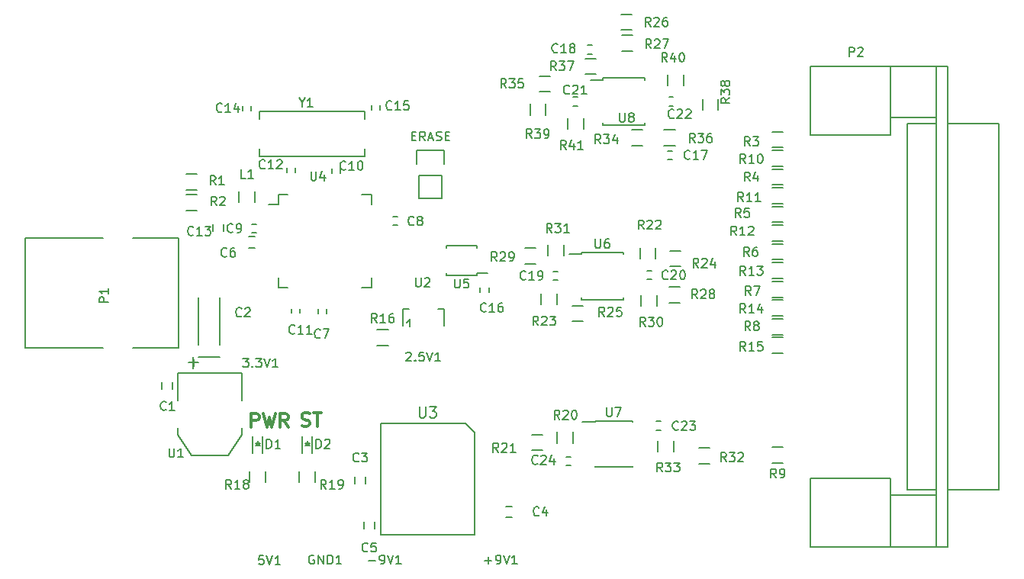
<source format=gbr>
G04 #@! TF.FileFunction,Legend,Top*
%FSLAX46Y46*%
G04 Gerber Fmt 4.6, Leading zero omitted, Abs format (unit mm)*
G04 Created by KiCad (PCBNEW 4.0.1-stable) date 17/04/2016 20:48:40*
%MOMM*%
G01*
G04 APERTURE LIST*
%ADD10C,0.100000*%
%ADD11C,0.300000*%
%ADD12C,0.150000*%
G04 APERTURE END LIST*
D10*
D11*
X101150000Y-96607143D02*
X101364286Y-96678571D01*
X101721429Y-96678571D01*
X101864286Y-96607143D01*
X101935715Y-96535714D01*
X102007143Y-96392857D01*
X102007143Y-96250000D01*
X101935715Y-96107143D01*
X101864286Y-96035714D01*
X101721429Y-95964286D01*
X101435715Y-95892857D01*
X101292857Y-95821429D01*
X101221429Y-95750000D01*
X101150000Y-95607143D01*
X101150000Y-95464286D01*
X101221429Y-95321429D01*
X101292857Y-95250000D01*
X101435715Y-95178571D01*
X101792857Y-95178571D01*
X102007143Y-95250000D01*
X102435714Y-95178571D02*
X103292857Y-95178571D01*
X102864286Y-96678571D02*
X102864286Y-95178571D01*
X95550000Y-96728571D02*
X95550000Y-95228571D01*
X96121428Y-95228571D01*
X96264286Y-95300000D01*
X96335714Y-95371429D01*
X96407143Y-95514286D01*
X96407143Y-95728571D01*
X96335714Y-95871429D01*
X96264286Y-95942857D01*
X96121428Y-96014286D01*
X95550000Y-96014286D01*
X96907143Y-95228571D02*
X97264286Y-96728571D01*
X97550000Y-95657143D01*
X97835714Y-96728571D01*
X98192857Y-95228571D01*
X99621429Y-96728571D02*
X99121429Y-96014286D01*
X98764286Y-96728571D02*
X98764286Y-95228571D01*
X99335714Y-95228571D01*
X99478572Y-95300000D01*
X99550000Y-95371429D01*
X99621429Y-95514286D01*
X99621429Y-95728571D01*
X99550000Y-95871429D01*
X99478572Y-95942857D01*
X99335714Y-96014286D01*
X98764286Y-96014286D01*
D12*
X98525000Y-70925000D02*
X98525000Y-72000000D01*
X108875000Y-70925000D02*
X108875000Y-72000000D01*
X108875000Y-81275000D02*
X108875000Y-80200000D01*
X98525000Y-81275000D02*
X98525000Y-80200000D01*
X98525000Y-70925000D02*
X99600000Y-70925000D01*
X98525000Y-81275000D02*
X99600000Y-81275000D01*
X108875000Y-81275000D02*
X107800000Y-81275000D01*
X108875000Y-70925000D02*
X107800000Y-70925000D01*
X98525000Y-72000000D02*
X97500000Y-72000000D01*
X86825000Y-91800000D02*
X86825000Y-92500000D01*
X85625000Y-92500000D02*
X85625000Y-91800000D01*
X111800000Y-73375000D02*
X111300000Y-73375000D01*
X111300000Y-74325000D02*
X111800000Y-74325000D01*
X95925000Y-76825000D02*
X95225000Y-76825000D01*
X95225000Y-75625000D02*
X95925000Y-75625000D01*
X95575000Y-75150000D02*
X96075000Y-75150000D01*
X96075000Y-74200000D02*
X95575000Y-74200000D01*
X103925000Y-84125000D02*
X103925000Y-83625000D01*
X102975000Y-83625000D02*
X102975000Y-84125000D01*
X100925000Y-84100000D02*
X100925000Y-83600000D01*
X99975000Y-83600000D02*
X99975000Y-84100000D01*
X104475000Y-68100000D02*
X104475000Y-68600000D01*
X105425000Y-68600000D02*
X105425000Y-68100000D01*
X99475000Y-68000000D02*
X99475000Y-68500000D01*
X100425000Y-68500000D02*
X100425000Y-68000000D01*
X92475000Y-74275000D02*
X92475000Y-74975000D01*
X91275000Y-74975000D02*
X91275000Y-74275000D01*
X94575000Y-61125000D02*
X94575000Y-61625000D01*
X95525000Y-61625000D02*
X95525000Y-61125000D01*
X108875000Y-61000000D02*
X108875000Y-61500000D01*
X109825000Y-61500000D02*
X109825000Y-61000000D01*
X121900000Y-81800000D02*
X121900000Y-81300000D01*
X120950000Y-81300000D02*
X120950000Y-81800000D01*
X141775000Y-67075000D02*
X142275000Y-67075000D01*
X142275000Y-66125000D02*
X141775000Y-66125000D01*
X132875000Y-55325000D02*
X133375000Y-55325000D01*
X133375000Y-54375000D02*
X132875000Y-54375000D01*
X129525000Y-79500000D02*
X129025000Y-79500000D01*
X129025000Y-80450000D02*
X129525000Y-80450000D01*
X139450000Y-80375000D02*
X139950000Y-80375000D01*
X139950000Y-79425000D02*
X139450000Y-79425000D01*
X131775000Y-60125000D02*
X131275000Y-60125000D01*
X131275000Y-61075000D02*
X131775000Y-61075000D01*
X141875000Y-61075000D02*
X142375000Y-61075000D01*
X142375000Y-60125000D02*
X141875000Y-60125000D01*
X140500000Y-97075000D02*
X141000000Y-97075000D01*
X141000000Y-96125000D02*
X140500000Y-96125000D01*
X131000000Y-100050000D02*
X130500000Y-100050000D01*
X130500000Y-101000000D02*
X131000000Y-101000000D01*
X92073880Y-87600960D02*
X92073880Y-82399040D01*
X89676120Y-82399040D02*
X89676120Y-87600960D01*
X88576300Y-89599940D02*
X89676120Y-89599940D01*
X89076680Y-90199380D02*
X89076680Y-89000500D01*
X89676120Y-88995420D02*
X92073880Y-88995420D01*
X102300000Y-99675700D02*
X102300000Y-97775700D01*
X101200000Y-99675700D02*
X101200000Y-97775700D01*
X101750000Y-98775700D02*
X101750000Y-98325700D01*
X101500000Y-98825700D02*
X102000000Y-98825700D01*
X101750000Y-98825700D02*
X101500000Y-98575700D01*
X101500000Y-98575700D02*
X102000000Y-98575700D01*
X102000000Y-98575700D02*
X101750000Y-98825700D01*
X79075000Y-75734000D02*
X70439000Y-75734000D01*
X87457000Y-75734000D02*
X82377000Y-75734000D01*
X79075000Y-87926000D02*
X70439000Y-87926000D01*
X87457000Y-87926000D02*
X82377000Y-87926000D01*
X70439000Y-87926000D02*
X70439000Y-75734000D01*
X87457000Y-75734000D02*
X87457000Y-87926000D01*
X171530000Y-110020000D02*
X157560000Y-110020000D01*
X166450000Y-102400000D02*
X157560000Y-102400000D01*
X171530000Y-104305000D02*
X166450000Y-104305000D01*
X171530000Y-62395000D02*
X166450000Y-62395000D01*
X166450000Y-64300000D02*
X157560000Y-64300000D01*
X157560000Y-56680000D02*
X171530000Y-56680000D01*
X166450000Y-110020000D02*
X166450000Y-102400000D01*
X166450000Y-56680000D02*
X166450000Y-64300000D01*
X168355000Y-103670000D02*
X171530000Y-103670000D01*
X168355000Y-63030000D02*
X171530000Y-63030000D01*
X178515000Y-103670000D02*
X172800000Y-103670000D01*
X178515000Y-63030000D02*
X172800000Y-63030000D01*
X171530000Y-110020000D02*
X172800000Y-110020000D01*
X172800000Y-110020000D02*
X172800000Y-56680000D01*
X172800000Y-56680000D02*
X171530000Y-56680000D01*
X171530000Y-56680000D02*
X171530000Y-110020000D01*
X157560000Y-102400000D02*
X157560000Y-110020000D01*
X168355000Y-63030000D02*
X168355000Y-103670000D01*
X178515000Y-63030000D02*
X178515000Y-103670000D01*
X157560000Y-56680000D02*
X157560000Y-64300000D01*
X96800000Y-99675700D02*
X96800000Y-97775700D01*
X95700000Y-99675700D02*
X95700000Y-97775700D01*
X96250000Y-98775700D02*
X96250000Y-98325700D01*
X96000000Y-98825700D02*
X96500000Y-98825700D01*
X96250000Y-98825700D02*
X96000000Y-98575700D01*
X96000000Y-98575700D02*
X96500000Y-98575700D01*
X96500000Y-98575700D02*
X96250000Y-98825700D01*
X88275000Y-68675000D02*
X89475000Y-68675000D01*
X89475000Y-70425000D02*
X88275000Y-70425000D01*
X88275000Y-70950000D02*
X89475000Y-70950000D01*
X89475000Y-72700000D02*
X88275000Y-72700000D01*
X153350000Y-63975000D02*
X154550000Y-63975000D01*
X154550000Y-65725000D02*
X153350000Y-65725000D01*
X153350000Y-68125000D02*
X154550000Y-68125000D01*
X154550000Y-69875000D02*
X153350000Y-69875000D01*
X153350000Y-72275000D02*
X154550000Y-72275000D01*
X154550000Y-74025000D02*
X153350000Y-74025000D01*
X153350000Y-76425000D02*
X154550000Y-76425000D01*
X154550000Y-78175000D02*
X153350000Y-78175000D01*
X153350000Y-80575000D02*
X154550000Y-80575000D01*
X154550000Y-82325000D02*
X153350000Y-82325000D01*
X153350000Y-84725000D02*
X154550000Y-84725000D01*
X154550000Y-86475000D02*
X153350000Y-86475000D01*
X153350000Y-98950000D02*
X154550000Y-98950000D01*
X154550000Y-100700000D02*
X153350000Y-100700000D01*
X153350000Y-66050000D02*
X154550000Y-66050000D01*
X154550000Y-67800000D02*
X153350000Y-67800000D01*
X153350000Y-70200000D02*
X154550000Y-70200000D01*
X154550000Y-71950000D02*
X153350000Y-71950000D01*
X153350000Y-74350000D02*
X154550000Y-74350000D01*
X154550000Y-76100000D02*
X153350000Y-76100000D01*
X153350000Y-78500000D02*
X154550000Y-78500000D01*
X154550000Y-80250000D02*
X153350000Y-80250000D01*
X153350000Y-82650000D02*
X154550000Y-82650000D01*
X154550000Y-84400000D02*
X153350000Y-84400000D01*
X153350000Y-86800000D02*
X154550000Y-86800000D01*
X154550000Y-88550000D02*
X153350000Y-88550000D01*
X110725000Y-87675000D02*
X109525000Y-87675000D01*
X109525000Y-85925000D02*
X110725000Y-85925000D01*
X95375000Y-102850000D02*
X95375000Y-101650000D01*
X97125000Y-101650000D02*
X97125000Y-102850000D01*
X100875000Y-102850000D02*
X100875000Y-101650000D01*
X102625000Y-101650000D02*
X102625000Y-102850000D01*
X129475000Y-98500000D02*
X129475000Y-97300000D01*
X131225000Y-97300000D02*
X131225000Y-98500000D01*
X126675000Y-97575000D02*
X127875000Y-97575000D01*
X127875000Y-99325000D02*
X126675000Y-99325000D01*
X140425000Y-76825000D02*
X140425000Y-78025000D01*
X138675000Y-78025000D02*
X138675000Y-76825000D01*
X129475000Y-81950000D02*
X129475000Y-83150000D01*
X127725000Y-83150000D02*
X127725000Y-81950000D01*
X143200000Y-78925000D02*
X142000000Y-78925000D01*
X142000000Y-77175000D02*
X143200000Y-77175000D01*
X131175000Y-83275000D02*
X132375000Y-83275000D01*
X132375000Y-85025000D02*
X131175000Y-85025000D01*
X137775000Y-52675000D02*
X136575000Y-52675000D01*
X136575000Y-50925000D02*
X137775000Y-50925000D01*
X137850000Y-55025000D02*
X136650000Y-55025000D01*
X136650000Y-53275000D02*
X137850000Y-53275000D01*
X143100000Y-82950000D02*
X141900000Y-82950000D01*
X141900000Y-81200000D02*
X143100000Y-81200000D01*
X125900000Y-76875000D02*
X127100000Y-76875000D01*
X127100000Y-78625000D02*
X125900000Y-78625000D01*
X145175000Y-99050000D02*
X146375000Y-99050000D01*
X146375000Y-100800000D02*
X145175000Y-100800000D01*
X140650000Y-99500000D02*
X140650000Y-98300000D01*
X142400000Y-98300000D02*
X142400000Y-99500000D01*
X140525000Y-82075000D02*
X140525000Y-83275000D01*
X138775000Y-83275000D02*
X138775000Y-82075000D01*
X128475000Y-77750000D02*
X128475000Y-76550000D01*
X130225000Y-76550000D02*
X130225000Y-77750000D01*
X137725000Y-63750000D02*
X138925000Y-63750000D01*
X138925000Y-65500000D02*
X137725000Y-65500000D01*
X127500000Y-57775000D02*
X128700000Y-57775000D01*
X128700000Y-59525000D02*
X127500000Y-59525000D01*
X141350000Y-63750000D02*
X142550000Y-63750000D01*
X142550000Y-65500000D02*
X141350000Y-65500000D01*
X132575000Y-55825000D02*
X133775000Y-55825000D01*
X133775000Y-57575000D02*
X132575000Y-57575000D01*
X145600000Y-61550000D02*
X145600000Y-60350000D01*
X147350000Y-60350000D02*
X147350000Y-61550000D01*
X128225000Y-60900000D02*
X128225000Y-62100000D01*
X126475000Y-62100000D02*
X126475000Y-60900000D01*
X141775000Y-58850000D02*
X141775000Y-57650000D01*
X143525000Y-57650000D02*
X143525000Y-58850000D01*
X132425000Y-62450000D02*
X132425000Y-63650000D01*
X130675000Y-63650000D02*
X130675000Y-62450000D01*
X94481000Y-93826000D02*
X94481000Y-90778000D01*
X94481000Y-90778000D02*
X87369000Y-90778000D01*
X87369000Y-90778000D02*
X87369000Y-93826000D01*
X94481000Y-96874000D02*
X94481000Y-97636000D01*
X94481000Y-97636000D02*
X92957000Y-99922000D01*
X92957000Y-99922000D02*
X88893000Y-99922000D01*
X88893000Y-99922000D02*
X87369000Y-97636000D01*
X87369000Y-97636000D02*
X87369000Y-96874000D01*
X112750080Y-85175480D02*
X112999000Y-84875760D01*
X112999000Y-84875760D02*
X113100600Y-84725900D01*
X113100600Y-84725900D02*
X113100600Y-85574260D01*
X112399560Y-83674340D02*
X112399560Y-85475200D01*
X112399560Y-83674340D02*
X113049800Y-83674340D01*
X116900440Y-83674340D02*
X116900440Y-85475200D01*
X116900440Y-83674340D02*
X116250200Y-83674340D01*
X120300000Y-97370000D02*
X119300000Y-96370000D01*
X119300000Y-96370000D02*
X109900000Y-96370000D01*
X109900000Y-96370000D02*
X109900000Y-108730000D01*
X109900000Y-108730000D02*
X120300000Y-108730000D01*
X120300000Y-108730000D02*
X120300000Y-97370000D01*
X132150000Y-77350000D02*
X132150000Y-77575000D01*
X136800000Y-77350000D02*
X136800000Y-77575000D01*
X136800000Y-82600000D02*
X136800000Y-82375000D01*
X132150000Y-82600000D02*
X132150000Y-82375000D01*
X132150000Y-77350000D02*
X136800000Y-77350000D01*
X132150000Y-82600000D02*
X136800000Y-82600000D01*
X132150000Y-77575000D02*
X130800000Y-77575000D01*
X133675000Y-96050000D02*
X133675000Y-96195000D01*
X137825000Y-96050000D02*
X137825000Y-96195000D01*
X137825000Y-101200000D02*
X137825000Y-101055000D01*
X133675000Y-101200000D02*
X133675000Y-101055000D01*
X133675000Y-96050000D02*
X137825000Y-96050000D01*
X133675000Y-101200000D02*
X137825000Y-101200000D01*
X133675000Y-96195000D02*
X132275000Y-96195000D01*
X134575001Y-57975000D02*
X134575001Y-58200000D01*
X139225001Y-57975000D02*
X139225001Y-58200000D01*
X139225001Y-63225000D02*
X139225001Y-63000000D01*
X134575001Y-63225000D02*
X134575001Y-63000000D01*
X134575001Y-57975000D02*
X139225001Y-57975000D01*
X134575001Y-63225000D02*
X139225001Y-63225000D01*
X134575001Y-58200000D02*
X133225001Y-58200000D01*
X96425380Y-66674360D02*
X108124620Y-66674360D01*
X108124620Y-61675640D02*
X96425380Y-61675640D01*
X108124620Y-66674360D02*
X108124620Y-65826000D01*
X108124620Y-61675640D02*
X108124620Y-62524000D01*
X96425380Y-66674360D02*
X96425380Y-65826000D01*
X96425380Y-61675640D02*
X96425380Y-62524000D01*
X116695000Y-68855000D02*
X116695000Y-71395000D01*
X116975000Y-66035000D02*
X116975000Y-67585000D01*
X116695000Y-68855000D02*
X114155000Y-68855000D01*
X113875000Y-67585000D02*
X113875000Y-66035000D01*
X113875000Y-66035000D02*
X116975000Y-66035000D01*
X114155000Y-68855000D02*
X114155000Y-71395000D01*
X114155000Y-71395000D02*
X116695000Y-71395000D01*
X120550000Y-79925000D02*
X120550000Y-79625000D01*
X117200000Y-79925000D02*
X117200000Y-79625000D01*
X117200000Y-76575000D02*
X117200000Y-76875000D01*
X120550000Y-76575000D02*
X120550000Y-76875000D01*
X120550000Y-79925000D02*
X117200000Y-79925000D01*
X120550000Y-76575000D02*
X117200000Y-76575000D01*
X120550000Y-79625000D02*
X121775000Y-79625000D01*
X124475000Y-106750000D02*
X123775000Y-106750000D01*
X123775000Y-105550000D02*
X124475000Y-105550000D01*
X108025000Y-108000000D02*
X108025000Y-107300000D01*
X109225000Y-107300000D02*
X109225000Y-108000000D01*
X108225000Y-102300000D02*
X108225000Y-103000000D01*
X107025000Y-103000000D02*
X107025000Y-102300000D01*
X95900000Y-70575000D02*
X95900000Y-71775000D01*
X94150000Y-71775000D02*
X94150000Y-70575000D01*
X102163095Y-68377381D02*
X102163095Y-69186905D01*
X102210714Y-69282143D01*
X102258333Y-69329762D01*
X102353571Y-69377381D01*
X102544048Y-69377381D01*
X102639286Y-69329762D01*
X102686905Y-69282143D01*
X102734524Y-69186905D01*
X102734524Y-68377381D01*
X103639286Y-68710714D02*
X103639286Y-69377381D01*
X103401190Y-68329762D02*
X103163095Y-69044048D01*
X103782143Y-69044048D01*
X121463095Y-111571429D02*
X122225000Y-111571429D01*
X121844048Y-111952381D02*
X121844048Y-111190476D01*
X122748809Y-111952381D02*
X122939285Y-111952381D01*
X123034524Y-111904762D01*
X123082143Y-111857143D01*
X123177381Y-111714286D01*
X123225000Y-111523810D01*
X123225000Y-111142857D01*
X123177381Y-111047619D01*
X123129762Y-111000000D01*
X123034524Y-110952381D01*
X122844047Y-110952381D01*
X122748809Y-111000000D01*
X122701190Y-111047619D01*
X122653571Y-111142857D01*
X122653571Y-111380952D01*
X122701190Y-111476190D01*
X122748809Y-111523810D01*
X122844047Y-111571429D01*
X123034524Y-111571429D01*
X123129762Y-111523810D01*
X123177381Y-111476190D01*
X123225000Y-111380952D01*
X123510714Y-110952381D02*
X123844047Y-111952381D01*
X124177381Y-110952381D01*
X125034524Y-111952381D02*
X124463095Y-111952381D01*
X124748809Y-111952381D02*
X124748809Y-110952381D01*
X124653571Y-111095238D01*
X124558333Y-111190476D01*
X124463095Y-111238095D01*
X108588095Y-111571429D02*
X109350000Y-111571429D01*
X109873809Y-111952381D02*
X110064285Y-111952381D01*
X110159524Y-111904762D01*
X110207143Y-111857143D01*
X110302381Y-111714286D01*
X110350000Y-111523810D01*
X110350000Y-111142857D01*
X110302381Y-111047619D01*
X110254762Y-111000000D01*
X110159524Y-110952381D01*
X109969047Y-110952381D01*
X109873809Y-111000000D01*
X109826190Y-111047619D01*
X109778571Y-111142857D01*
X109778571Y-111380952D01*
X109826190Y-111476190D01*
X109873809Y-111523810D01*
X109969047Y-111571429D01*
X110159524Y-111571429D01*
X110254762Y-111523810D01*
X110302381Y-111476190D01*
X110350000Y-111380952D01*
X110635714Y-110952381D02*
X110969047Y-111952381D01*
X111302381Y-110952381D01*
X112159524Y-111952381D02*
X111588095Y-111952381D01*
X111873809Y-111952381D02*
X111873809Y-110952381D01*
X111778571Y-111095238D01*
X111683333Y-111190476D01*
X111588095Y-111238095D01*
X112720238Y-88522619D02*
X112767857Y-88475000D01*
X112863095Y-88427381D01*
X113101191Y-88427381D01*
X113196429Y-88475000D01*
X113244048Y-88522619D01*
X113291667Y-88617857D01*
X113291667Y-88713095D01*
X113244048Y-88855952D01*
X112672619Y-89427381D01*
X113291667Y-89427381D01*
X113720238Y-89332143D02*
X113767857Y-89379762D01*
X113720238Y-89427381D01*
X113672619Y-89379762D01*
X113720238Y-89332143D01*
X113720238Y-89427381D01*
X114672619Y-88427381D02*
X114196428Y-88427381D01*
X114148809Y-88903571D01*
X114196428Y-88855952D01*
X114291666Y-88808333D01*
X114529762Y-88808333D01*
X114625000Y-88855952D01*
X114672619Y-88903571D01*
X114720238Y-88998810D01*
X114720238Y-89236905D01*
X114672619Y-89332143D01*
X114625000Y-89379762D01*
X114529762Y-89427381D01*
X114291666Y-89427381D01*
X114196428Y-89379762D01*
X114148809Y-89332143D01*
X115005952Y-88427381D02*
X115339285Y-89427381D01*
X115672619Y-88427381D01*
X116529762Y-89427381D02*
X115958333Y-89427381D01*
X116244047Y-89427381D02*
X116244047Y-88427381D01*
X116148809Y-88570238D01*
X116053571Y-88665476D01*
X115958333Y-88713095D01*
X94622619Y-89102381D02*
X95241667Y-89102381D01*
X94908333Y-89483333D01*
X95051191Y-89483333D01*
X95146429Y-89530952D01*
X95194048Y-89578571D01*
X95241667Y-89673810D01*
X95241667Y-89911905D01*
X95194048Y-90007143D01*
X95146429Y-90054762D01*
X95051191Y-90102381D01*
X94765476Y-90102381D01*
X94670238Y-90054762D01*
X94622619Y-90007143D01*
X95670238Y-90007143D02*
X95717857Y-90054762D01*
X95670238Y-90102381D01*
X95622619Y-90054762D01*
X95670238Y-90007143D01*
X95670238Y-90102381D01*
X96051190Y-89102381D02*
X96670238Y-89102381D01*
X96336904Y-89483333D01*
X96479762Y-89483333D01*
X96575000Y-89530952D01*
X96622619Y-89578571D01*
X96670238Y-89673810D01*
X96670238Y-89911905D01*
X96622619Y-90007143D01*
X96575000Y-90054762D01*
X96479762Y-90102381D01*
X96194047Y-90102381D01*
X96098809Y-90054762D01*
X96051190Y-90007143D01*
X96955952Y-89102381D02*
X97289285Y-90102381D01*
X97622619Y-89102381D01*
X98479762Y-90102381D02*
X97908333Y-90102381D01*
X98194047Y-90102381D02*
X98194047Y-89102381D01*
X98098809Y-89245238D01*
X98003571Y-89340476D01*
X97908333Y-89388095D01*
X96908334Y-111002381D02*
X96432143Y-111002381D01*
X96384524Y-111478571D01*
X96432143Y-111430952D01*
X96527381Y-111383333D01*
X96765477Y-111383333D01*
X96860715Y-111430952D01*
X96908334Y-111478571D01*
X96955953Y-111573810D01*
X96955953Y-111811905D01*
X96908334Y-111907143D01*
X96860715Y-111954762D01*
X96765477Y-112002381D01*
X96527381Y-112002381D01*
X96432143Y-111954762D01*
X96384524Y-111907143D01*
X97241667Y-111002381D02*
X97575000Y-112002381D01*
X97908334Y-111002381D01*
X98765477Y-112002381D02*
X98194048Y-112002381D01*
X98479762Y-112002381D02*
X98479762Y-111002381D01*
X98384524Y-111145238D01*
X98289286Y-111240476D01*
X98194048Y-111288095D01*
X86083334Y-94807143D02*
X86035715Y-94854762D01*
X85892858Y-94902381D01*
X85797620Y-94902381D01*
X85654762Y-94854762D01*
X85559524Y-94759524D01*
X85511905Y-94664286D01*
X85464286Y-94473810D01*
X85464286Y-94330952D01*
X85511905Y-94140476D01*
X85559524Y-94045238D01*
X85654762Y-93950000D01*
X85797620Y-93902381D01*
X85892858Y-93902381D01*
X86035715Y-93950000D01*
X86083334Y-93997619D01*
X87035715Y-94902381D02*
X86464286Y-94902381D01*
X86750000Y-94902381D02*
X86750000Y-93902381D01*
X86654762Y-94045238D01*
X86559524Y-94140476D01*
X86464286Y-94188095D01*
X113583334Y-74257143D02*
X113535715Y-74304762D01*
X113392858Y-74352381D01*
X113297620Y-74352381D01*
X113154762Y-74304762D01*
X113059524Y-74209524D01*
X113011905Y-74114286D01*
X112964286Y-73923810D01*
X112964286Y-73780952D01*
X113011905Y-73590476D01*
X113059524Y-73495238D01*
X113154762Y-73400000D01*
X113297620Y-73352381D01*
X113392858Y-73352381D01*
X113535715Y-73400000D01*
X113583334Y-73447619D01*
X114154762Y-73780952D02*
X114059524Y-73733333D01*
X114011905Y-73685714D01*
X113964286Y-73590476D01*
X113964286Y-73542857D01*
X114011905Y-73447619D01*
X114059524Y-73400000D01*
X114154762Y-73352381D01*
X114345239Y-73352381D01*
X114440477Y-73400000D01*
X114488096Y-73447619D01*
X114535715Y-73542857D01*
X114535715Y-73590476D01*
X114488096Y-73685714D01*
X114440477Y-73733333D01*
X114345239Y-73780952D01*
X114154762Y-73780952D01*
X114059524Y-73828571D01*
X114011905Y-73876190D01*
X113964286Y-73971429D01*
X113964286Y-74161905D01*
X114011905Y-74257143D01*
X114059524Y-74304762D01*
X114154762Y-74352381D01*
X114345239Y-74352381D01*
X114440477Y-74304762D01*
X114488096Y-74257143D01*
X114535715Y-74161905D01*
X114535715Y-73971429D01*
X114488096Y-73876190D01*
X114440477Y-73828571D01*
X114345239Y-73780952D01*
X92808334Y-77757143D02*
X92760715Y-77804762D01*
X92617858Y-77852381D01*
X92522620Y-77852381D01*
X92379762Y-77804762D01*
X92284524Y-77709524D01*
X92236905Y-77614286D01*
X92189286Y-77423810D01*
X92189286Y-77280952D01*
X92236905Y-77090476D01*
X92284524Y-76995238D01*
X92379762Y-76900000D01*
X92522620Y-76852381D01*
X92617858Y-76852381D01*
X92760715Y-76900000D01*
X92808334Y-76947619D01*
X93665477Y-76852381D02*
X93475000Y-76852381D01*
X93379762Y-76900000D01*
X93332143Y-76947619D01*
X93236905Y-77090476D01*
X93189286Y-77280952D01*
X93189286Y-77661905D01*
X93236905Y-77757143D01*
X93284524Y-77804762D01*
X93379762Y-77852381D01*
X93570239Y-77852381D01*
X93665477Y-77804762D01*
X93713096Y-77757143D01*
X93760715Y-77661905D01*
X93760715Y-77423810D01*
X93713096Y-77328571D01*
X93665477Y-77280952D01*
X93570239Y-77233333D01*
X93379762Y-77233333D01*
X93284524Y-77280952D01*
X93236905Y-77328571D01*
X93189286Y-77423810D01*
X93483334Y-75057143D02*
X93435715Y-75104762D01*
X93292858Y-75152381D01*
X93197620Y-75152381D01*
X93054762Y-75104762D01*
X92959524Y-75009524D01*
X92911905Y-74914286D01*
X92864286Y-74723810D01*
X92864286Y-74580952D01*
X92911905Y-74390476D01*
X92959524Y-74295238D01*
X93054762Y-74200000D01*
X93197620Y-74152381D01*
X93292858Y-74152381D01*
X93435715Y-74200000D01*
X93483334Y-74247619D01*
X93959524Y-75152381D02*
X94150000Y-75152381D01*
X94245239Y-75104762D01*
X94292858Y-75057143D01*
X94388096Y-74914286D01*
X94435715Y-74723810D01*
X94435715Y-74342857D01*
X94388096Y-74247619D01*
X94340477Y-74200000D01*
X94245239Y-74152381D01*
X94054762Y-74152381D01*
X93959524Y-74200000D01*
X93911905Y-74247619D01*
X93864286Y-74342857D01*
X93864286Y-74580952D01*
X93911905Y-74676190D01*
X93959524Y-74723810D01*
X94054762Y-74771429D01*
X94245239Y-74771429D01*
X94340477Y-74723810D01*
X94388096Y-74676190D01*
X94435715Y-74580952D01*
X103183334Y-86782143D02*
X103135715Y-86829762D01*
X102992858Y-86877381D01*
X102897620Y-86877381D01*
X102754762Y-86829762D01*
X102659524Y-86734524D01*
X102611905Y-86639286D01*
X102564286Y-86448810D01*
X102564286Y-86305952D01*
X102611905Y-86115476D01*
X102659524Y-86020238D01*
X102754762Y-85925000D01*
X102897620Y-85877381D01*
X102992858Y-85877381D01*
X103135715Y-85925000D01*
X103183334Y-85972619D01*
X103516667Y-85877381D02*
X104183334Y-85877381D01*
X103754762Y-86877381D01*
X100357143Y-86307143D02*
X100309524Y-86354762D01*
X100166667Y-86402381D01*
X100071429Y-86402381D01*
X99928571Y-86354762D01*
X99833333Y-86259524D01*
X99785714Y-86164286D01*
X99738095Y-85973810D01*
X99738095Y-85830952D01*
X99785714Y-85640476D01*
X99833333Y-85545238D01*
X99928571Y-85450000D01*
X100071429Y-85402381D01*
X100166667Y-85402381D01*
X100309524Y-85450000D01*
X100357143Y-85497619D01*
X101309524Y-86402381D02*
X100738095Y-86402381D01*
X101023809Y-86402381D02*
X101023809Y-85402381D01*
X100928571Y-85545238D01*
X100833333Y-85640476D01*
X100738095Y-85688095D01*
X102261905Y-86402381D02*
X101690476Y-86402381D01*
X101976190Y-86402381D02*
X101976190Y-85402381D01*
X101880952Y-85545238D01*
X101785714Y-85640476D01*
X101690476Y-85688095D01*
X106007143Y-68132143D02*
X105959524Y-68179762D01*
X105816667Y-68227381D01*
X105721429Y-68227381D01*
X105578571Y-68179762D01*
X105483333Y-68084524D01*
X105435714Y-67989286D01*
X105388095Y-67798810D01*
X105388095Y-67655952D01*
X105435714Y-67465476D01*
X105483333Y-67370238D01*
X105578571Y-67275000D01*
X105721429Y-67227381D01*
X105816667Y-67227381D01*
X105959524Y-67275000D01*
X106007143Y-67322619D01*
X106959524Y-68227381D02*
X106388095Y-68227381D01*
X106673809Y-68227381D02*
X106673809Y-67227381D01*
X106578571Y-67370238D01*
X106483333Y-67465476D01*
X106388095Y-67513095D01*
X107578571Y-67227381D02*
X107673810Y-67227381D01*
X107769048Y-67275000D01*
X107816667Y-67322619D01*
X107864286Y-67417857D01*
X107911905Y-67608333D01*
X107911905Y-67846429D01*
X107864286Y-68036905D01*
X107816667Y-68132143D01*
X107769048Y-68179762D01*
X107673810Y-68227381D01*
X107578571Y-68227381D01*
X107483333Y-68179762D01*
X107435714Y-68132143D01*
X107388095Y-68036905D01*
X107340476Y-67846429D01*
X107340476Y-67608333D01*
X107388095Y-67417857D01*
X107435714Y-67322619D01*
X107483333Y-67275000D01*
X107578571Y-67227381D01*
X97057143Y-67982143D02*
X97009524Y-68029762D01*
X96866667Y-68077381D01*
X96771429Y-68077381D01*
X96628571Y-68029762D01*
X96533333Y-67934524D01*
X96485714Y-67839286D01*
X96438095Y-67648810D01*
X96438095Y-67505952D01*
X96485714Y-67315476D01*
X96533333Y-67220238D01*
X96628571Y-67125000D01*
X96771429Y-67077381D01*
X96866667Y-67077381D01*
X97009524Y-67125000D01*
X97057143Y-67172619D01*
X98009524Y-68077381D02*
X97438095Y-68077381D01*
X97723809Y-68077381D02*
X97723809Y-67077381D01*
X97628571Y-67220238D01*
X97533333Y-67315476D01*
X97438095Y-67363095D01*
X98390476Y-67172619D02*
X98438095Y-67125000D01*
X98533333Y-67077381D01*
X98771429Y-67077381D01*
X98866667Y-67125000D01*
X98914286Y-67172619D01*
X98961905Y-67267857D01*
X98961905Y-67363095D01*
X98914286Y-67505952D01*
X98342857Y-68077381D01*
X98961905Y-68077381D01*
X89107143Y-75382143D02*
X89059524Y-75429762D01*
X88916667Y-75477381D01*
X88821429Y-75477381D01*
X88678571Y-75429762D01*
X88583333Y-75334524D01*
X88535714Y-75239286D01*
X88488095Y-75048810D01*
X88488095Y-74905952D01*
X88535714Y-74715476D01*
X88583333Y-74620238D01*
X88678571Y-74525000D01*
X88821429Y-74477381D01*
X88916667Y-74477381D01*
X89059524Y-74525000D01*
X89107143Y-74572619D01*
X90059524Y-75477381D02*
X89488095Y-75477381D01*
X89773809Y-75477381D02*
X89773809Y-74477381D01*
X89678571Y-74620238D01*
X89583333Y-74715476D01*
X89488095Y-74763095D01*
X90392857Y-74477381D02*
X91011905Y-74477381D01*
X90678571Y-74858333D01*
X90821429Y-74858333D01*
X90916667Y-74905952D01*
X90964286Y-74953571D01*
X91011905Y-75048810D01*
X91011905Y-75286905D01*
X90964286Y-75382143D01*
X90916667Y-75429762D01*
X90821429Y-75477381D01*
X90535714Y-75477381D01*
X90440476Y-75429762D01*
X90392857Y-75382143D01*
X92282143Y-61707143D02*
X92234524Y-61754762D01*
X92091667Y-61802381D01*
X91996429Y-61802381D01*
X91853571Y-61754762D01*
X91758333Y-61659524D01*
X91710714Y-61564286D01*
X91663095Y-61373810D01*
X91663095Y-61230952D01*
X91710714Y-61040476D01*
X91758333Y-60945238D01*
X91853571Y-60850000D01*
X91996429Y-60802381D01*
X92091667Y-60802381D01*
X92234524Y-60850000D01*
X92282143Y-60897619D01*
X93234524Y-61802381D02*
X92663095Y-61802381D01*
X92948809Y-61802381D02*
X92948809Y-60802381D01*
X92853571Y-60945238D01*
X92758333Y-61040476D01*
X92663095Y-61088095D01*
X94091667Y-61135714D02*
X94091667Y-61802381D01*
X93853571Y-60754762D02*
X93615476Y-61469048D01*
X94234524Y-61469048D01*
X111132143Y-61457143D02*
X111084524Y-61504762D01*
X110941667Y-61552381D01*
X110846429Y-61552381D01*
X110703571Y-61504762D01*
X110608333Y-61409524D01*
X110560714Y-61314286D01*
X110513095Y-61123810D01*
X110513095Y-60980952D01*
X110560714Y-60790476D01*
X110608333Y-60695238D01*
X110703571Y-60600000D01*
X110846429Y-60552381D01*
X110941667Y-60552381D01*
X111084524Y-60600000D01*
X111132143Y-60647619D01*
X112084524Y-61552381D02*
X111513095Y-61552381D01*
X111798809Y-61552381D02*
X111798809Y-60552381D01*
X111703571Y-60695238D01*
X111608333Y-60790476D01*
X111513095Y-60838095D01*
X112989286Y-60552381D02*
X112513095Y-60552381D01*
X112465476Y-61028571D01*
X112513095Y-60980952D01*
X112608333Y-60933333D01*
X112846429Y-60933333D01*
X112941667Y-60980952D01*
X112989286Y-61028571D01*
X113036905Y-61123810D01*
X113036905Y-61361905D01*
X112989286Y-61457143D01*
X112941667Y-61504762D01*
X112846429Y-61552381D01*
X112608333Y-61552381D01*
X112513095Y-61504762D01*
X112465476Y-61457143D01*
X121582143Y-83882143D02*
X121534524Y-83929762D01*
X121391667Y-83977381D01*
X121296429Y-83977381D01*
X121153571Y-83929762D01*
X121058333Y-83834524D01*
X121010714Y-83739286D01*
X120963095Y-83548810D01*
X120963095Y-83405952D01*
X121010714Y-83215476D01*
X121058333Y-83120238D01*
X121153571Y-83025000D01*
X121296429Y-82977381D01*
X121391667Y-82977381D01*
X121534524Y-83025000D01*
X121582143Y-83072619D01*
X122534524Y-83977381D02*
X121963095Y-83977381D01*
X122248809Y-83977381D02*
X122248809Y-82977381D01*
X122153571Y-83120238D01*
X122058333Y-83215476D01*
X121963095Y-83263095D01*
X123391667Y-82977381D02*
X123201190Y-82977381D01*
X123105952Y-83025000D01*
X123058333Y-83072619D01*
X122963095Y-83215476D01*
X122915476Y-83405952D01*
X122915476Y-83786905D01*
X122963095Y-83882143D01*
X123010714Y-83929762D01*
X123105952Y-83977381D01*
X123296429Y-83977381D01*
X123391667Y-83929762D01*
X123439286Y-83882143D01*
X123486905Y-83786905D01*
X123486905Y-83548810D01*
X123439286Y-83453571D01*
X123391667Y-83405952D01*
X123296429Y-83358333D01*
X123105952Y-83358333D01*
X123010714Y-83405952D01*
X122963095Y-83453571D01*
X122915476Y-83548810D01*
X144207143Y-66932143D02*
X144159524Y-66979762D01*
X144016667Y-67027381D01*
X143921429Y-67027381D01*
X143778571Y-66979762D01*
X143683333Y-66884524D01*
X143635714Y-66789286D01*
X143588095Y-66598810D01*
X143588095Y-66455952D01*
X143635714Y-66265476D01*
X143683333Y-66170238D01*
X143778571Y-66075000D01*
X143921429Y-66027381D01*
X144016667Y-66027381D01*
X144159524Y-66075000D01*
X144207143Y-66122619D01*
X145159524Y-67027381D02*
X144588095Y-67027381D01*
X144873809Y-67027381D02*
X144873809Y-66027381D01*
X144778571Y-66170238D01*
X144683333Y-66265476D01*
X144588095Y-66313095D01*
X145492857Y-66027381D02*
X146159524Y-66027381D01*
X145730952Y-67027381D01*
X129532143Y-55107143D02*
X129484524Y-55154762D01*
X129341667Y-55202381D01*
X129246429Y-55202381D01*
X129103571Y-55154762D01*
X129008333Y-55059524D01*
X128960714Y-54964286D01*
X128913095Y-54773810D01*
X128913095Y-54630952D01*
X128960714Y-54440476D01*
X129008333Y-54345238D01*
X129103571Y-54250000D01*
X129246429Y-54202381D01*
X129341667Y-54202381D01*
X129484524Y-54250000D01*
X129532143Y-54297619D01*
X130484524Y-55202381D02*
X129913095Y-55202381D01*
X130198809Y-55202381D02*
X130198809Y-54202381D01*
X130103571Y-54345238D01*
X130008333Y-54440476D01*
X129913095Y-54488095D01*
X131055952Y-54630952D02*
X130960714Y-54583333D01*
X130913095Y-54535714D01*
X130865476Y-54440476D01*
X130865476Y-54392857D01*
X130913095Y-54297619D01*
X130960714Y-54250000D01*
X131055952Y-54202381D01*
X131246429Y-54202381D01*
X131341667Y-54250000D01*
X131389286Y-54297619D01*
X131436905Y-54392857D01*
X131436905Y-54440476D01*
X131389286Y-54535714D01*
X131341667Y-54583333D01*
X131246429Y-54630952D01*
X131055952Y-54630952D01*
X130960714Y-54678571D01*
X130913095Y-54726190D01*
X130865476Y-54821429D01*
X130865476Y-55011905D01*
X130913095Y-55107143D01*
X130960714Y-55154762D01*
X131055952Y-55202381D01*
X131246429Y-55202381D01*
X131341667Y-55154762D01*
X131389286Y-55107143D01*
X131436905Y-55011905D01*
X131436905Y-54821429D01*
X131389286Y-54726190D01*
X131341667Y-54678571D01*
X131246429Y-54630952D01*
X125982143Y-80307143D02*
X125934524Y-80354762D01*
X125791667Y-80402381D01*
X125696429Y-80402381D01*
X125553571Y-80354762D01*
X125458333Y-80259524D01*
X125410714Y-80164286D01*
X125363095Y-79973810D01*
X125363095Y-79830952D01*
X125410714Y-79640476D01*
X125458333Y-79545238D01*
X125553571Y-79450000D01*
X125696429Y-79402381D01*
X125791667Y-79402381D01*
X125934524Y-79450000D01*
X125982143Y-79497619D01*
X126934524Y-80402381D02*
X126363095Y-80402381D01*
X126648809Y-80402381D02*
X126648809Y-79402381D01*
X126553571Y-79545238D01*
X126458333Y-79640476D01*
X126363095Y-79688095D01*
X127410714Y-80402381D02*
X127601190Y-80402381D01*
X127696429Y-80354762D01*
X127744048Y-80307143D01*
X127839286Y-80164286D01*
X127886905Y-79973810D01*
X127886905Y-79592857D01*
X127839286Y-79497619D01*
X127791667Y-79450000D01*
X127696429Y-79402381D01*
X127505952Y-79402381D01*
X127410714Y-79450000D01*
X127363095Y-79497619D01*
X127315476Y-79592857D01*
X127315476Y-79830952D01*
X127363095Y-79926190D01*
X127410714Y-79973810D01*
X127505952Y-80021429D01*
X127696429Y-80021429D01*
X127791667Y-79973810D01*
X127839286Y-79926190D01*
X127886905Y-79830952D01*
X141757143Y-80257143D02*
X141709524Y-80304762D01*
X141566667Y-80352381D01*
X141471429Y-80352381D01*
X141328571Y-80304762D01*
X141233333Y-80209524D01*
X141185714Y-80114286D01*
X141138095Y-79923810D01*
X141138095Y-79780952D01*
X141185714Y-79590476D01*
X141233333Y-79495238D01*
X141328571Y-79400000D01*
X141471429Y-79352381D01*
X141566667Y-79352381D01*
X141709524Y-79400000D01*
X141757143Y-79447619D01*
X142138095Y-79447619D02*
X142185714Y-79400000D01*
X142280952Y-79352381D01*
X142519048Y-79352381D01*
X142614286Y-79400000D01*
X142661905Y-79447619D01*
X142709524Y-79542857D01*
X142709524Y-79638095D01*
X142661905Y-79780952D01*
X142090476Y-80352381D01*
X142709524Y-80352381D01*
X143328571Y-79352381D02*
X143423810Y-79352381D01*
X143519048Y-79400000D01*
X143566667Y-79447619D01*
X143614286Y-79542857D01*
X143661905Y-79733333D01*
X143661905Y-79971429D01*
X143614286Y-80161905D01*
X143566667Y-80257143D01*
X143519048Y-80304762D01*
X143423810Y-80352381D01*
X143328571Y-80352381D01*
X143233333Y-80304762D01*
X143185714Y-80257143D01*
X143138095Y-80161905D01*
X143090476Y-79971429D01*
X143090476Y-79733333D01*
X143138095Y-79542857D01*
X143185714Y-79447619D01*
X143233333Y-79400000D01*
X143328571Y-79352381D01*
X130832143Y-59707143D02*
X130784524Y-59754762D01*
X130641667Y-59802381D01*
X130546429Y-59802381D01*
X130403571Y-59754762D01*
X130308333Y-59659524D01*
X130260714Y-59564286D01*
X130213095Y-59373810D01*
X130213095Y-59230952D01*
X130260714Y-59040476D01*
X130308333Y-58945238D01*
X130403571Y-58850000D01*
X130546429Y-58802381D01*
X130641667Y-58802381D01*
X130784524Y-58850000D01*
X130832143Y-58897619D01*
X131213095Y-58897619D02*
X131260714Y-58850000D01*
X131355952Y-58802381D01*
X131594048Y-58802381D01*
X131689286Y-58850000D01*
X131736905Y-58897619D01*
X131784524Y-58992857D01*
X131784524Y-59088095D01*
X131736905Y-59230952D01*
X131165476Y-59802381D01*
X131784524Y-59802381D01*
X132736905Y-59802381D02*
X132165476Y-59802381D01*
X132451190Y-59802381D02*
X132451190Y-58802381D01*
X132355952Y-58945238D01*
X132260714Y-59040476D01*
X132165476Y-59088095D01*
X142432143Y-62382143D02*
X142384524Y-62429762D01*
X142241667Y-62477381D01*
X142146429Y-62477381D01*
X142003571Y-62429762D01*
X141908333Y-62334524D01*
X141860714Y-62239286D01*
X141813095Y-62048810D01*
X141813095Y-61905952D01*
X141860714Y-61715476D01*
X141908333Y-61620238D01*
X142003571Y-61525000D01*
X142146429Y-61477381D01*
X142241667Y-61477381D01*
X142384524Y-61525000D01*
X142432143Y-61572619D01*
X142813095Y-61572619D02*
X142860714Y-61525000D01*
X142955952Y-61477381D01*
X143194048Y-61477381D01*
X143289286Y-61525000D01*
X143336905Y-61572619D01*
X143384524Y-61667857D01*
X143384524Y-61763095D01*
X143336905Y-61905952D01*
X142765476Y-62477381D01*
X143384524Y-62477381D01*
X143765476Y-61572619D02*
X143813095Y-61525000D01*
X143908333Y-61477381D01*
X144146429Y-61477381D01*
X144241667Y-61525000D01*
X144289286Y-61572619D01*
X144336905Y-61667857D01*
X144336905Y-61763095D01*
X144289286Y-61905952D01*
X143717857Y-62477381D01*
X144336905Y-62477381D01*
X142907143Y-97007143D02*
X142859524Y-97054762D01*
X142716667Y-97102381D01*
X142621429Y-97102381D01*
X142478571Y-97054762D01*
X142383333Y-96959524D01*
X142335714Y-96864286D01*
X142288095Y-96673810D01*
X142288095Y-96530952D01*
X142335714Y-96340476D01*
X142383333Y-96245238D01*
X142478571Y-96150000D01*
X142621429Y-96102381D01*
X142716667Y-96102381D01*
X142859524Y-96150000D01*
X142907143Y-96197619D01*
X143288095Y-96197619D02*
X143335714Y-96150000D01*
X143430952Y-96102381D01*
X143669048Y-96102381D01*
X143764286Y-96150000D01*
X143811905Y-96197619D01*
X143859524Y-96292857D01*
X143859524Y-96388095D01*
X143811905Y-96530952D01*
X143240476Y-97102381D01*
X143859524Y-97102381D01*
X144192857Y-96102381D02*
X144811905Y-96102381D01*
X144478571Y-96483333D01*
X144621429Y-96483333D01*
X144716667Y-96530952D01*
X144764286Y-96578571D01*
X144811905Y-96673810D01*
X144811905Y-96911905D01*
X144764286Y-97007143D01*
X144716667Y-97054762D01*
X144621429Y-97102381D01*
X144335714Y-97102381D01*
X144240476Y-97054762D01*
X144192857Y-97007143D01*
X127307143Y-100782143D02*
X127259524Y-100829762D01*
X127116667Y-100877381D01*
X127021429Y-100877381D01*
X126878571Y-100829762D01*
X126783333Y-100734524D01*
X126735714Y-100639286D01*
X126688095Y-100448810D01*
X126688095Y-100305952D01*
X126735714Y-100115476D01*
X126783333Y-100020238D01*
X126878571Y-99925000D01*
X127021429Y-99877381D01*
X127116667Y-99877381D01*
X127259524Y-99925000D01*
X127307143Y-99972619D01*
X127688095Y-99972619D02*
X127735714Y-99925000D01*
X127830952Y-99877381D01*
X128069048Y-99877381D01*
X128164286Y-99925000D01*
X128211905Y-99972619D01*
X128259524Y-100067857D01*
X128259524Y-100163095D01*
X128211905Y-100305952D01*
X127640476Y-100877381D01*
X128259524Y-100877381D01*
X129116667Y-100210714D02*
X129116667Y-100877381D01*
X128878571Y-99829762D02*
X128640476Y-100544048D01*
X129259524Y-100544048D01*
X94458334Y-84407143D02*
X94410715Y-84454762D01*
X94267858Y-84502381D01*
X94172620Y-84502381D01*
X94029762Y-84454762D01*
X93934524Y-84359524D01*
X93886905Y-84264286D01*
X93839286Y-84073810D01*
X93839286Y-83930952D01*
X93886905Y-83740476D01*
X93934524Y-83645238D01*
X94029762Y-83550000D01*
X94172620Y-83502381D01*
X94267858Y-83502381D01*
X94410715Y-83550000D01*
X94458334Y-83597619D01*
X94839286Y-83597619D02*
X94886905Y-83550000D01*
X94982143Y-83502381D01*
X95220239Y-83502381D01*
X95315477Y-83550000D01*
X95363096Y-83597619D01*
X95410715Y-83692857D01*
X95410715Y-83788095D01*
X95363096Y-83930952D01*
X94791667Y-84502381D01*
X95410715Y-84502381D01*
X89145569Y-89980892D02*
X89145569Y-89218987D01*
X89526521Y-89599939D02*
X88764616Y-89599939D01*
X102736905Y-99102381D02*
X102736905Y-98102381D01*
X102975000Y-98102381D01*
X103117858Y-98150000D01*
X103213096Y-98245238D01*
X103260715Y-98340476D01*
X103308334Y-98530952D01*
X103308334Y-98673810D01*
X103260715Y-98864286D01*
X103213096Y-98959524D01*
X103117858Y-99054762D01*
X102975000Y-99102381D01*
X102736905Y-99102381D01*
X103689286Y-98197619D02*
X103736905Y-98150000D01*
X103832143Y-98102381D01*
X104070239Y-98102381D01*
X104165477Y-98150000D01*
X104213096Y-98197619D01*
X104260715Y-98292857D01*
X104260715Y-98388095D01*
X104213096Y-98530952D01*
X103641667Y-99102381D01*
X104260715Y-99102381D01*
X79677381Y-82888095D02*
X78677381Y-82888095D01*
X78677381Y-82507142D01*
X78725000Y-82411904D01*
X78772619Y-82364285D01*
X78867857Y-82316666D01*
X79010714Y-82316666D01*
X79105952Y-82364285D01*
X79153571Y-82411904D01*
X79201190Y-82507142D01*
X79201190Y-82888095D01*
X79677381Y-81364285D02*
X79677381Y-81935714D01*
X79677381Y-81650000D02*
X78677381Y-81650000D01*
X78820238Y-81745238D01*
X78915476Y-81840476D01*
X78963095Y-81935714D01*
X161886905Y-55602381D02*
X161886905Y-54602381D01*
X162267858Y-54602381D01*
X162363096Y-54650000D01*
X162410715Y-54697619D01*
X162458334Y-54792857D01*
X162458334Y-54935714D01*
X162410715Y-55030952D01*
X162363096Y-55078571D01*
X162267858Y-55126190D01*
X161886905Y-55126190D01*
X162839286Y-54697619D02*
X162886905Y-54650000D01*
X162982143Y-54602381D01*
X163220239Y-54602381D01*
X163315477Y-54650000D01*
X163363096Y-54697619D01*
X163410715Y-54792857D01*
X163410715Y-54888095D01*
X163363096Y-55030952D01*
X162791667Y-55602381D01*
X163410715Y-55602381D01*
X97236905Y-99102381D02*
X97236905Y-98102381D01*
X97475000Y-98102381D01*
X97617858Y-98150000D01*
X97713096Y-98245238D01*
X97760715Y-98340476D01*
X97808334Y-98530952D01*
X97808334Y-98673810D01*
X97760715Y-98864286D01*
X97713096Y-98959524D01*
X97617858Y-99054762D01*
X97475000Y-99102381D01*
X97236905Y-99102381D01*
X98760715Y-99102381D02*
X98189286Y-99102381D01*
X98475000Y-99102381D02*
X98475000Y-98102381D01*
X98379762Y-98245238D01*
X98284524Y-98340476D01*
X98189286Y-98388095D01*
X91583334Y-69852381D02*
X91250000Y-69376190D01*
X91011905Y-69852381D02*
X91011905Y-68852381D01*
X91392858Y-68852381D01*
X91488096Y-68900000D01*
X91535715Y-68947619D01*
X91583334Y-69042857D01*
X91583334Y-69185714D01*
X91535715Y-69280952D01*
X91488096Y-69328571D01*
X91392858Y-69376190D01*
X91011905Y-69376190D01*
X92535715Y-69852381D02*
X91964286Y-69852381D01*
X92250000Y-69852381D02*
X92250000Y-68852381D01*
X92154762Y-68995238D01*
X92059524Y-69090476D01*
X91964286Y-69138095D01*
X91683334Y-72152381D02*
X91350000Y-71676190D01*
X91111905Y-72152381D02*
X91111905Y-71152381D01*
X91492858Y-71152381D01*
X91588096Y-71200000D01*
X91635715Y-71247619D01*
X91683334Y-71342857D01*
X91683334Y-71485714D01*
X91635715Y-71580952D01*
X91588096Y-71628571D01*
X91492858Y-71676190D01*
X91111905Y-71676190D01*
X92064286Y-71247619D02*
X92111905Y-71200000D01*
X92207143Y-71152381D01*
X92445239Y-71152381D01*
X92540477Y-71200000D01*
X92588096Y-71247619D01*
X92635715Y-71342857D01*
X92635715Y-71438095D01*
X92588096Y-71580952D01*
X92016667Y-72152381D01*
X92635715Y-72152381D01*
X150858334Y-65527381D02*
X150525000Y-65051190D01*
X150286905Y-65527381D02*
X150286905Y-64527381D01*
X150667858Y-64527381D01*
X150763096Y-64575000D01*
X150810715Y-64622619D01*
X150858334Y-64717857D01*
X150858334Y-64860714D01*
X150810715Y-64955952D01*
X150763096Y-65003571D01*
X150667858Y-65051190D01*
X150286905Y-65051190D01*
X151191667Y-64527381D02*
X151810715Y-64527381D01*
X151477381Y-64908333D01*
X151620239Y-64908333D01*
X151715477Y-64955952D01*
X151763096Y-65003571D01*
X151810715Y-65098810D01*
X151810715Y-65336905D01*
X151763096Y-65432143D01*
X151715477Y-65479762D01*
X151620239Y-65527381D01*
X151334524Y-65527381D01*
X151239286Y-65479762D01*
X151191667Y-65432143D01*
X150858334Y-69452381D02*
X150525000Y-68976190D01*
X150286905Y-69452381D02*
X150286905Y-68452381D01*
X150667858Y-68452381D01*
X150763096Y-68500000D01*
X150810715Y-68547619D01*
X150858334Y-68642857D01*
X150858334Y-68785714D01*
X150810715Y-68880952D01*
X150763096Y-68928571D01*
X150667858Y-68976190D01*
X150286905Y-68976190D01*
X151715477Y-68785714D02*
X151715477Y-69452381D01*
X151477381Y-68404762D02*
X151239286Y-69119048D01*
X151858334Y-69119048D01*
X149858334Y-73452381D02*
X149525000Y-72976190D01*
X149286905Y-73452381D02*
X149286905Y-72452381D01*
X149667858Y-72452381D01*
X149763096Y-72500000D01*
X149810715Y-72547619D01*
X149858334Y-72642857D01*
X149858334Y-72785714D01*
X149810715Y-72880952D01*
X149763096Y-72928571D01*
X149667858Y-72976190D01*
X149286905Y-72976190D01*
X150763096Y-72452381D02*
X150286905Y-72452381D01*
X150239286Y-72928571D01*
X150286905Y-72880952D01*
X150382143Y-72833333D01*
X150620239Y-72833333D01*
X150715477Y-72880952D01*
X150763096Y-72928571D01*
X150810715Y-73023810D01*
X150810715Y-73261905D01*
X150763096Y-73357143D01*
X150715477Y-73404762D01*
X150620239Y-73452381D01*
X150382143Y-73452381D01*
X150286905Y-73404762D01*
X150239286Y-73357143D01*
X150783334Y-77777381D02*
X150450000Y-77301190D01*
X150211905Y-77777381D02*
X150211905Y-76777381D01*
X150592858Y-76777381D01*
X150688096Y-76825000D01*
X150735715Y-76872619D01*
X150783334Y-76967857D01*
X150783334Y-77110714D01*
X150735715Y-77205952D01*
X150688096Y-77253571D01*
X150592858Y-77301190D01*
X150211905Y-77301190D01*
X151640477Y-76777381D02*
X151450000Y-76777381D01*
X151354762Y-76825000D01*
X151307143Y-76872619D01*
X151211905Y-77015476D01*
X151164286Y-77205952D01*
X151164286Y-77586905D01*
X151211905Y-77682143D01*
X151259524Y-77729762D01*
X151354762Y-77777381D01*
X151545239Y-77777381D01*
X151640477Y-77729762D01*
X151688096Y-77682143D01*
X151735715Y-77586905D01*
X151735715Y-77348810D01*
X151688096Y-77253571D01*
X151640477Y-77205952D01*
X151545239Y-77158333D01*
X151354762Y-77158333D01*
X151259524Y-77205952D01*
X151211905Y-77253571D01*
X151164286Y-77348810D01*
X150983334Y-82102381D02*
X150650000Y-81626190D01*
X150411905Y-82102381D02*
X150411905Y-81102381D01*
X150792858Y-81102381D01*
X150888096Y-81150000D01*
X150935715Y-81197619D01*
X150983334Y-81292857D01*
X150983334Y-81435714D01*
X150935715Y-81530952D01*
X150888096Y-81578571D01*
X150792858Y-81626190D01*
X150411905Y-81626190D01*
X151316667Y-81102381D02*
X151983334Y-81102381D01*
X151554762Y-82102381D01*
X150908334Y-86027381D02*
X150575000Y-85551190D01*
X150336905Y-86027381D02*
X150336905Y-85027381D01*
X150717858Y-85027381D01*
X150813096Y-85075000D01*
X150860715Y-85122619D01*
X150908334Y-85217857D01*
X150908334Y-85360714D01*
X150860715Y-85455952D01*
X150813096Y-85503571D01*
X150717858Y-85551190D01*
X150336905Y-85551190D01*
X151479762Y-85455952D02*
X151384524Y-85408333D01*
X151336905Y-85360714D01*
X151289286Y-85265476D01*
X151289286Y-85217857D01*
X151336905Y-85122619D01*
X151384524Y-85075000D01*
X151479762Y-85027381D01*
X151670239Y-85027381D01*
X151765477Y-85075000D01*
X151813096Y-85122619D01*
X151860715Y-85217857D01*
X151860715Y-85265476D01*
X151813096Y-85360714D01*
X151765477Y-85408333D01*
X151670239Y-85455952D01*
X151479762Y-85455952D01*
X151384524Y-85503571D01*
X151336905Y-85551190D01*
X151289286Y-85646429D01*
X151289286Y-85836905D01*
X151336905Y-85932143D01*
X151384524Y-85979762D01*
X151479762Y-86027381D01*
X151670239Y-86027381D01*
X151765477Y-85979762D01*
X151813096Y-85932143D01*
X151860715Y-85836905D01*
X151860715Y-85646429D01*
X151813096Y-85551190D01*
X151765477Y-85503571D01*
X151670239Y-85455952D01*
X153783334Y-102377381D02*
X153450000Y-101901190D01*
X153211905Y-102377381D02*
X153211905Y-101377381D01*
X153592858Y-101377381D01*
X153688096Y-101425000D01*
X153735715Y-101472619D01*
X153783334Y-101567857D01*
X153783334Y-101710714D01*
X153735715Y-101805952D01*
X153688096Y-101853571D01*
X153592858Y-101901190D01*
X153211905Y-101901190D01*
X154259524Y-102377381D02*
X154450000Y-102377381D01*
X154545239Y-102329762D01*
X154592858Y-102282143D01*
X154688096Y-102139286D01*
X154735715Y-101948810D01*
X154735715Y-101567857D01*
X154688096Y-101472619D01*
X154640477Y-101425000D01*
X154545239Y-101377381D01*
X154354762Y-101377381D01*
X154259524Y-101425000D01*
X154211905Y-101472619D01*
X154164286Y-101567857D01*
X154164286Y-101805952D01*
X154211905Y-101901190D01*
X154259524Y-101948810D01*
X154354762Y-101996429D01*
X154545239Y-101996429D01*
X154640477Y-101948810D01*
X154688096Y-101901190D01*
X154735715Y-101805952D01*
X150382143Y-67452381D02*
X150048809Y-66976190D01*
X149810714Y-67452381D02*
X149810714Y-66452381D01*
X150191667Y-66452381D01*
X150286905Y-66500000D01*
X150334524Y-66547619D01*
X150382143Y-66642857D01*
X150382143Y-66785714D01*
X150334524Y-66880952D01*
X150286905Y-66928571D01*
X150191667Y-66976190D01*
X149810714Y-66976190D01*
X151334524Y-67452381D02*
X150763095Y-67452381D01*
X151048809Y-67452381D02*
X151048809Y-66452381D01*
X150953571Y-66595238D01*
X150858333Y-66690476D01*
X150763095Y-66738095D01*
X151953571Y-66452381D02*
X152048810Y-66452381D01*
X152144048Y-66500000D01*
X152191667Y-66547619D01*
X152239286Y-66642857D01*
X152286905Y-66833333D01*
X152286905Y-67071429D01*
X152239286Y-67261905D01*
X152191667Y-67357143D01*
X152144048Y-67404762D01*
X152048810Y-67452381D01*
X151953571Y-67452381D01*
X151858333Y-67404762D01*
X151810714Y-67357143D01*
X151763095Y-67261905D01*
X151715476Y-67071429D01*
X151715476Y-66833333D01*
X151763095Y-66642857D01*
X151810714Y-66547619D01*
X151858333Y-66500000D01*
X151953571Y-66452381D01*
X150132143Y-71702381D02*
X149798809Y-71226190D01*
X149560714Y-71702381D02*
X149560714Y-70702381D01*
X149941667Y-70702381D01*
X150036905Y-70750000D01*
X150084524Y-70797619D01*
X150132143Y-70892857D01*
X150132143Y-71035714D01*
X150084524Y-71130952D01*
X150036905Y-71178571D01*
X149941667Y-71226190D01*
X149560714Y-71226190D01*
X151084524Y-71702381D02*
X150513095Y-71702381D01*
X150798809Y-71702381D02*
X150798809Y-70702381D01*
X150703571Y-70845238D01*
X150608333Y-70940476D01*
X150513095Y-70988095D01*
X152036905Y-71702381D02*
X151465476Y-71702381D01*
X151751190Y-71702381D02*
X151751190Y-70702381D01*
X151655952Y-70845238D01*
X151560714Y-70940476D01*
X151465476Y-70988095D01*
X149382143Y-75452381D02*
X149048809Y-74976190D01*
X148810714Y-75452381D02*
X148810714Y-74452381D01*
X149191667Y-74452381D01*
X149286905Y-74500000D01*
X149334524Y-74547619D01*
X149382143Y-74642857D01*
X149382143Y-74785714D01*
X149334524Y-74880952D01*
X149286905Y-74928571D01*
X149191667Y-74976190D01*
X148810714Y-74976190D01*
X150334524Y-75452381D02*
X149763095Y-75452381D01*
X150048809Y-75452381D02*
X150048809Y-74452381D01*
X149953571Y-74595238D01*
X149858333Y-74690476D01*
X149763095Y-74738095D01*
X150715476Y-74547619D02*
X150763095Y-74500000D01*
X150858333Y-74452381D01*
X151096429Y-74452381D01*
X151191667Y-74500000D01*
X151239286Y-74547619D01*
X151286905Y-74642857D01*
X151286905Y-74738095D01*
X151239286Y-74880952D01*
X150667857Y-75452381D01*
X151286905Y-75452381D01*
X150382143Y-79877381D02*
X150048809Y-79401190D01*
X149810714Y-79877381D02*
X149810714Y-78877381D01*
X150191667Y-78877381D01*
X150286905Y-78925000D01*
X150334524Y-78972619D01*
X150382143Y-79067857D01*
X150382143Y-79210714D01*
X150334524Y-79305952D01*
X150286905Y-79353571D01*
X150191667Y-79401190D01*
X149810714Y-79401190D01*
X151334524Y-79877381D02*
X150763095Y-79877381D01*
X151048809Y-79877381D02*
X151048809Y-78877381D01*
X150953571Y-79020238D01*
X150858333Y-79115476D01*
X150763095Y-79163095D01*
X151667857Y-78877381D02*
X152286905Y-78877381D01*
X151953571Y-79258333D01*
X152096429Y-79258333D01*
X152191667Y-79305952D01*
X152239286Y-79353571D01*
X152286905Y-79448810D01*
X152286905Y-79686905D01*
X152239286Y-79782143D01*
X152191667Y-79829762D01*
X152096429Y-79877381D01*
X151810714Y-79877381D01*
X151715476Y-79829762D01*
X151667857Y-79782143D01*
X150382143Y-84077381D02*
X150048809Y-83601190D01*
X149810714Y-84077381D02*
X149810714Y-83077381D01*
X150191667Y-83077381D01*
X150286905Y-83125000D01*
X150334524Y-83172619D01*
X150382143Y-83267857D01*
X150382143Y-83410714D01*
X150334524Y-83505952D01*
X150286905Y-83553571D01*
X150191667Y-83601190D01*
X149810714Y-83601190D01*
X151334524Y-84077381D02*
X150763095Y-84077381D01*
X151048809Y-84077381D02*
X151048809Y-83077381D01*
X150953571Y-83220238D01*
X150858333Y-83315476D01*
X150763095Y-83363095D01*
X152191667Y-83410714D02*
X152191667Y-84077381D01*
X151953571Y-83029762D02*
X151715476Y-83744048D01*
X152334524Y-83744048D01*
X150382143Y-88277381D02*
X150048809Y-87801190D01*
X149810714Y-88277381D02*
X149810714Y-87277381D01*
X150191667Y-87277381D01*
X150286905Y-87325000D01*
X150334524Y-87372619D01*
X150382143Y-87467857D01*
X150382143Y-87610714D01*
X150334524Y-87705952D01*
X150286905Y-87753571D01*
X150191667Y-87801190D01*
X149810714Y-87801190D01*
X151334524Y-88277381D02*
X150763095Y-88277381D01*
X151048809Y-88277381D02*
X151048809Y-87277381D01*
X150953571Y-87420238D01*
X150858333Y-87515476D01*
X150763095Y-87563095D01*
X152239286Y-87277381D02*
X151763095Y-87277381D01*
X151715476Y-87753571D01*
X151763095Y-87705952D01*
X151858333Y-87658333D01*
X152096429Y-87658333D01*
X152191667Y-87705952D01*
X152239286Y-87753571D01*
X152286905Y-87848810D01*
X152286905Y-88086905D01*
X152239286Y-88182143D01*
X152191667Y-88229762D01*
X152096429Y-88277381D01*
X151858333Y-88277381D01*
X151763095Y-88229762D01*
X151715476Y-88182143D01*
X109482143Y-85152381D02*
X109148809Y-84676190D01*
X108910714Y-85152381D02*
X108910714Y-84152381D01*
X109291667Y-84152381D01*
X109386905Y-84200000D01*
X109434524Y-84247619D01*
X109482143Y-84342857D01*
X109482143Y-84485714D01*
X109434524Y-84580952D01*
X109386905Y-84628571D01*
X109291667Y-84676190D01*
X108910714Y-84676190D01*
X110434524Y-85152381D02*
X109863095Y-85152381D01*
X110148809Y-85152381D02*
X110148809Y-84152381D01*
X110053571Y-84295238D01*
X109958333Y-84390476D01*
X109863095Y-84438095D01*
X111291667Y-84152381D02*
X111101190Y-84152381D01*
X111005952Y-84200000D01*
X110958333Y-84247619D01*
X110863095Y-84390476D01*
X110815476Y-84580952D01*
X110815476Y-84961905D01*
X110863095Y-85057143D01*
X110910714Y-85104762D01*
X111005952Y-85152381D01*
X111196429Y-85152381D01*
X111291667Y-85104762D01*
X111339286Y-85057143D01*
X111386905Y-84961905D01*
X111386905Y-84723810D01*
X111339286Y-84628571D01*
X111291667Y-84580952D01*
X111196429Y-84533333D01*
X111005952Y-84533333D01*
X110910714Y-84580952D01*
X110863095Y-84628571D01*
X110815476Y-84723810D01*
X93332143Y-103602381D02*
X92998809Y-103126190D01*
X92760714Y-103602381D02*
X92760714Y-102602381D01*
X93141667Y-102602381D01*
X93236905Y-102650000D01*
X93284524Y-102697619D01*
X93332143Y-102792857D01*
X93332143Y-102935714D01*
X93284524Y-103030952D01*
X93236905Y-103078571D01*
X93141667Y-103126190D01*
X92760714Y-103126190D01*
X94284524Y-103602381D02*
X93713095Y-103602381D01*
X93998809Y-103602381D02*
X93998809Y-102602381D01*
X93903571Y-102745238D01*
X93808333Y-102840476D01*
X93713095Y-102888095D01*
X94855952Y-103030952D02*
X94760714Y-102983333D01*
X94713095Y-102935714D01*
X94665476Y-102840476D01*
X94665476Y-102792857D01*
X94713095Y-102697619D01*
X94760714Y-102650000D01*
X94855952Y-102602381D01*
X95046429Y-102602381D01*
X95141667Y-102650000D01*
X95189286Y-102697619D01*
X95236905Y-102792857D01*
X95236905Y-102840476D01*
X95189286Y-102935714D01*
X95141667Y-102983333D01*
X95046429Y-103030952D01*
X94855952Y-103030952D01*
X94760714Y-103078571D01*
X94713095Y-103126190D01*
X94665476Y-103221429D01*
X94665476Y-103411905D01*
X94713095Y-103507143D01*
X94760714Y-103554762D01*
X94855952Y-103602381D01*
X95046429Y-103602381D01*
X95141667Y-103554762D01*
X95189286Y-103507143D01*
X95236905Y-103411905D01*
X95236905Y-103221429D01*
X95189286Y-103126190D01*
X95141667Y-103078571D01*
X95046429Y-103030952D01*
X103832143Y-103602381D02*
X103498809Y-103126190D01*
X103260714Y-103602381D02*
X103260714Y-102602381D01*
X103641667Y-102602381D01*
X103736905Y-102650000D01*
X103784524Y-102697619D01*
X103832143Y-102792857D01*
X103832143Y-102935714D01*
X103784524Y-103030952D01*
X103736905Y-103078571D01*
X103641667Y-103126190D01*
X103260714Y-103126190D01*
X104784524Y-103602381D02*
X104213095Y-103602381D01*
X104498809Y-103602381D02*
X104498809Y-102602381D01*
X104403571Y-102745238D01*
X104308333Y-102840476D01*
X104213095Y-102888095D01*
X105260714Y-103602381D02*
X105451190Y-103602381D01*
X105546429Y-103554762D01*
X105594048Y-103507143D01*
X105689286Y-103364286D01*
X105736905Y-103173810D01*
X105736905Y-102792857D01*
X105689286Y-102697619D01*
X105641667Y-102650000D01*
X105546429Y-102602381D01*
X105355952Y-102602381D01*
X105260714Y-102650000D01*
X105213095Y-102697619D01*
X105165476Y-102792857D01*
X105165476Y-103030952D01*
X105213095Y-103126190D01*
X105260714Y-103173810D01*
X105355952Y-103221429D01*
X105546429Y-103221429D01*
X105641667Y-103173810D01*
X105689286Y-103126190D01*
X105736905Y-103030952D01*
X129757143Y-95877381D02*
X129423809Y-95401190D01*
X129185714Y-95877381D02*
X129185714Y-94877381D01*
X129566667Y-94877381D01*
X129661905Y-94925000D01*
X129709524Y-94972619D01*
X129757143Y-95067857D01*
X129757143Y-95210714D01*
X129709524Y-95305952D01*
X129661905Y-95353571D01*
X129566667Y-95401190D01*
X129185714Y-95401190D01*
X130138095Y-94972619D02*
X130185714Y-94925000D01*
X130280952Y-94877381D01*
X130519048Y-94877381D01*
X130614286Y-94925000D01*
X130661905Y-94972619D01*
X130709524Y-95067857D01*
X130709524Y-95163095D01*
X130661905Y-95305952D01*
X130090476Y-95877381D01*
X130709524Y-95877381D01*
X131328571Y-94877381D02*
X131423810Y-94877381D01*
X131519048Y-94925000D01*
X131566667Y-94972619D01*
X131614286Y-95067857D01*
X131661905Y-95258333D01*
X131661905Y-95496429D01*
X131614286Y-95686905D01*
X131566667Y-95782143D01*
X131519048Y-95829762D01*
X131423810Y-95877381D01*
X131328571Y-95877381D01*
X131233333Y-95829762D01*
X131185714Y-95782143D01*
X131138095Y-95686905D01*
X131090476Y-95496429D01*
X131090476Y-95258333D01*
X131138095Y-95067857D01*
X131185714Y-94972619D01*
X131233333Y-94925000D01*
X131328571Y-94877381D01*
X122957143Y-99527381D02*
X122623809Y-99051190D01*
X122385714Y-99527381D02*
X122385714Y-98527381D01*
X122766667Y-98527381D01*
X122861905Y-98575000D01*
X122909524Y-98622619D01*
X122957143Y-98717857D01*
X122957143Y-98860714D01*
X122909524Y-98955952D01*
X122861905Y-99003571D01*
X122766667Y-99051190D01*
X122385714Y-99051190D01*
X123338095Y-98622619D02*
X123385714Y-98575000D01*
X123480952Y-98527381D01*
X123719048Y-98527381D01*
X123814286Y-98575000D01*
X123861905Y-98622619D01*
X123909524Y-98717857D01*
X123909524Y-98813095D01*
X123861905Y-98955952D01*
X123290476Y-99527381D01*
X123909524Y-99527381D01*
X124861905Y-99527381D02*
X124290476Y-99527381D01*
X124576190Y-99527381D02*
X124576190Y-98527381D01*
X124480952Y-98670238D01*
X124385714Y-98765476D01*
X124290476Y-98813095D01*
X139082143Y-74777381D02*
X138748809Y-74301190D01*
X138510714Y-74777381D02*
X138510714Y-73777381D01*
X138891667Y-73777381D01*
X138986905Y-73825000D01*
X139034524Y-73872619D01*
X139082143Y-73967857D01*
X139082143Y-74110714D01*
X139034524Y-74205952D01*
X138986905Y-74253571D01*
X138891667Y-74301190D01*
X138510714Y-74301190D01*
X139463095Y-73872619D02*
X139510714Y-73825000D01*
X139605952Y-73777381D01*
X139844048Y-73777381D01*
X139939286Y-73825000D01*
X139986905Y-73872619D01*
X140034524Y-73967857D01*
X140034524Y-74063095D01*
X139986905Y-74205952D01*
X139415476Y-74777381D01*
X140034524Y-74777381D01*
X140415476Y-73872619D02*
X140463095Y-73825000D01*
X140558333Y-73777381D01*
X140796429Y-73777381D01*
X140891667Y-73825000D01*
X140939286Y-73872619D01*
X140986905Y-73967857D01*
X140986905Y-74063095D01*
X140939286Y-74205952D01*
X140367857Y-74777381D01*
X140986905Y-74777381D01*
X127382143Y-85452381D02*
X127048809Y-84976190D01*
X126810714Y-85452381D02*
X126810714Y-84452381D01*
X127191667Y-84452381D01*
X127286905Y-84500000D01*
X127334524Y-84547619D01*
X127382143Y-84642857D01*
X127382143Y-84785714D01*
X127334524Y-84880952D01*
X127286905Y-84928571D01*
X127191667Y-84976190D01*
X126810714Y-84976190D01*
X127763095Y-84547619D02*
X127810714Y-84500000D01*
X127905952Y-84452381D01*
X128144048Y-84452381D01*
X128239286Y-84500000D01*
X128286905Y-84547619D01*
X128334524Y-84642857D01*
X128334524Y-84738095D01*
X128286905Y-84880952D01*
X127715476Y-85452381D01*
X128334524Y-85452381D01*
X128667857Y-84452381D02*
X129286905Y-84452381D01*
X128953571Y-84833333D01*
X129096429Y-84833333D01*
X129191667Y-84880952D01*
X129239286Y-84928571D01*
X129286905Y-85023810D01*
X129286905Y-85261905D01*
X129239286Y-85357143D01*
X129191667Y-85404762D01*
X129096429Y-85452381D01*
X128810714Y-85452381D01*
X128715476Y-85404762D01*
X128667857Y-85357143D01*
X145157143Y-79027381D02*
X144823809Y-78551190D01*
X144585714Y-79027381D02*
X144585714Y-78027381D01*
X144966667Y-78027381D01*
X145061905Y-78075000D01*
X145109524Y-78122619D01*
X145157143Y-78217857D01*
X145157143Y-78360714D01*
X145109524Y-78455952D01*
X145061905Y-78503571D01*
X144966667Y-78551190D01*
X144585714Y-78551190D01*
X145538095Y-78122619D02*
X145585714Y-78075000D01*
X145680952Y-78027381D01*
X145919048Y-78027381D01*
X146014286Y-78075000D01*
X146061905Y-78122619D01*
X146109524Y-78217857D01*
X146109524Y-78313095D01*
X146061905Y-78455952D01*
X145490476Y-79027381D01*
X146109524Y-79027381D01*
X146966667Y-78360714D02*
X146966667Y-79027381D01*
X146728571Y-77979762D02*
X146490476Y-78694048D01*
X147109524Y-78694048D01*
X134732143Y-84452381D02*
X134398809Y-83976190D01*
X134160714Y-84452381D02*
X134160714Y-83452381D01*
X134541667Y-83452381D01*
X134636905Y-83500000D01*
X134684524Y-83547619D01*
X134732143Y-83642857D01*
X134732143Y-83785714D01*
X134684524Y-83880952D01*
X134636905Y-83928571D01*
X134541667Y-83976190D01*
X134160714Y-83976190D01*
X135113095Y-83547619D02*
X135160714Y-83500000D01*
X135255952Y-83452381D01*
X135494048Y-83452381D01*
X135589286Y-83500000D01*
X135636905Y-83547619D01*
X135684524Y-83642857D01*
X135684524Y-83738095D01*
X135636905Y-83880952D01*
X135065476Y-84452381D01*
X135684524Y-84452381D01*
X136589286Y-83452381D02*
X136113095Y-83452381D01*
X136065476Y-83928571D01*
X136113095Y-83880952D01*
X136208333Y-83833333D01*
X136446429Y-83833333D01*
X136541667Y-83880952D01*
X136589286Y-83928571D01*
X136636905Y-84023810D01*
X136636905Y-84261905D01*
X136589286Y-84357143D01*
X136541667Y-84404762D01*
X136446429Y-84452381D01*
X136208333Y-84452381D01*
X136113095Y-84404762D01*
X136065476Y-84357143D01*
X139857143Y-52277381D02*
X139523809Y-51801190D01*
X139285714Y-52277381D02*
X139285714Y-51277381D01*
X139666667Y-51277381D01*
X139761905Y-51325000D01*
X139809524Y-51372619D01*
X139857143Y-51467857D01*
X139857143Y-51610714D01*
X139809524Y-51705952D01*
X139761905Y-51753571D01*
X139666667Y-51801190D01*
X139285714Y-51801190D01*
X140238095Y-51372619D02*
X140285714Y-51325000D01*
X140380952Y-51277381D01*
X140619048Y-51277381D01*
X140714286Y-51325000D01*
X140761905Y-51372619D01*
X140809524Y-51467857D01*
X140809524Y-51563095D01*
X140761905Y-51705952D01*
X140190476Y-52277381D01*
X140809524Y-52277381D01*
X141666667Y-51277381D02*
X141476190Y-51277381D01*
X141380952Y-51325000D01*
X141333333Y-51372619D01*
X141238095Y-51515476D01*
X141190476Y-51705952D01*
X141190476Y-52086905D01*
X141238095Y-52182143D01*
X141285714Y-52229762D01*
X141380952Y-52277381D01*
X141571429Y-52277381D01*
X141666667Y-52229762D01*
X141714286Y-52182143D01*
X141761905Y-52086905D01*
X141761905Y-51848810D01*
X141714286Y-51753571D01*
X141666667Y-51705952D01*
X141571429Y-51658333D01*
X141380952Y-51658333D01*
X141285714Y-51705952D01*
X141238095Y-51753571D01*
X141190476Y-51848810D01*
X139907143Y-54702381D02*
X139573809Y-54226190D01*
X139335714Y-54702381D02*
X139335714Y-53702381D01*
X139716667Y-53702381D01*
X139811905Y-53750000D01*
X139859524Y-53797619D01*
X139907143Y-53892857D01*
X139907143Y-54035714D01*
X139859524Y-54130952D01*
X139811905Y-54178571D01*
X139716667Y-54226190D01*
X139335714Y-54226190D01*
X140288095Y-53797619D02*
X140335714Y-53750000D01*
X140430952Y-53702381D01*
X140669048Y-53702381D01*
X140764286Y-53750000D01*
X140811905Y-53797619D01*
X140859524Y-53892857D01*
X140859524Y-53988095D01*
X140811905Y-54130952D01*
X140240476Y-54702381D01*
X140859524Y-54702381D01*
X141192857Y-53702381D02*
X141859524Y-53702381D01*
X141430952Y-54702381D01*
X145032143Y-82477381D02*
X144698809Y-82001190D01*
X144460714Y-82477381D02*
X144460714Y-81477381D01*
X144841667Y-81477381D01*
X144936905Y-81525000D01*
X144984524Y-81572619D01*
X145032143Y-81667857D01*
X145032143Y-81810714D01*
X144984524Y-81905952D01*
X144936905Y-81953571D01*
X144841667Y-82001190D01*
X144460714Y-82001190D01*
X145413095Y-81572619D02*
X145460714Y-81525000D01*
X145555952Y-81477381D01*
X145794048Y-81477381D01*
X145889286Y-81525000D01*
X145936905Y-81572619D01*
X145984524Y-81667857D01*
X145984524Y-81763095D01*
X145936905Y-81905952D01*
X145365476Y-82477381D01*
X145984524Y-82477381D01*
X146555952Y-81905952D02*
X146460714Y-81858333D01*
X146413095Y-81810714D01*
X146365476Y-81715476D01*
X146365476Y-81667857D01*
X146413095Y-81572619D01*
X146460714Y-81525000D01*
X146555952Y-81477381D01*
X146746429Y-81477381D01*
X146841667Y-81525000D01*
X146889286Y-81572619D01*
X146936905Y-81667857D01*
X146936905Y-81715476D01*
X146889286Y-81810714D01*
X146841667Y-81858333D01*
X146746429Y-81905952D01*
X146555952Y-81905952D01*
X146460714Y-81953571D01*
X146413095Y-82001190D01*
X146365476Y-82096429D01*
X146365476Y-82286905D01*
X146413095Y-82382143D01*
X146460714Y-82429762D01*
X146555952Y-82477381D01*
X146746429Y-82477381D01*
X146841667Y-82429762D01*
X146889286Y-82382143D01*
X146936905Y-82286905D01*
X146936905Y-82096429D01*
X146889286Y-82001190D01*
X146841667Y-81953571D01*
X146746429Y-81905952D01*
X122782143Y-78327381D02*
X122448809Y-77851190D01*
X122210714Y-78327381D02*
X122210714Y-77327381D01*
X122591667Y-77327381D01*
X122686905Y-77375000D01*
X122734524Y-77422619D01*
X122782143Y-77517857D01*
X122782143Y-77660714D01*
X122734524Y-77755952D01*
X122686905Y-77803571D01*
X122591667Y-77851190D01*
X122210714Y-77851190D01*
X123163095Y-77422619D02*
X123210714Y-77375000D01*
X123305952Y-77327381D01*
X123544048Y-77327381D01*
X123639286Y-77375000D01*
X123686905Y-77422619D01*
X123734524Y-77517857D01*
X123734524Y-77613095D01*
X123686905Y-77755952D01*
X123115476Y-78327381D01*
X123734524Y-78327381D01*
X124210714Y-78327381D02*
X124401190Y-78327381D01*
X124496429Y-78279762D01*
X124544048Y-78232143D01*
X124639286Y-78089286D01*
X124686905Y-77898810D01*
X124686905Y-77517857D01*
X124639286Y-77422619D01*
X124591667Y-77375000D01*
X124496429Y-77327381D01*
X124305952Y-77327381D01*
X124210714Y-77375000D01*
X124163095Y-77422619D01*
X124115476Y-77517857D01*
X124115476Y-77755952D01*
X124163095Y-77851190D01*
X124210714Y-77898810D01*
X124305952Y-77946429D01*
X124496429Y-77946429D01*
X124591667Y-77898810D01*
X124639286Y-77851190D01*
X124686905Y-77755952D01*
X148232143Y-100577381D02*
X147898809Y-100101190D01*
X147660714Y-100577381D02*
X147660714Y-99577381D01*
X148041667Y-99577381D01*
X148136905Y-99625000D01*
X148184524Y-99672619D01*
X148232143Y-99767857D01*
X148232143Y-99910714D01*
X148184524Y-100005952D01*
X148136905Y-100053571D01*
X148041667Y-100101190D01*
X147660714Y-100101190D01*
X148565476Y-99577381D02*
X149184524Y-99577381D01*
X148851190Y-99958333D01*
X148994048Y-99958333D01*
X149089286Y-100005952D01*
X149136905Y-100053571D01*
X149184524Y-100148810D01*
X149184524Y-100386905D01*
X149136905Y-100482143D01*
X149089286Y-100529762D01*
X148994048Y-100577381D01*
X148708333Y-100577381D01*
X148613095Y-100529762D01*
X148565476Y-100482143D01*
X149565476Y-99672619D02*
X149613095Y-99625000D01*
X149708333Y-99577381D01*
X149946429Y-99577381D01*
X150041667Y-99625000D01*
X150089286Y-99672619D01*
X150136905Y-99767857D01*
X150136905Y-99863095D01*
X150089286Y-100005952D01*
X149517857Y-100577381D01*
X150136905Y-100577381D01*
X141157143Y-101702381D02*
X140823809Y-101226190D01*
X140585714Y-101702381D02*
X140585714Y-100702381D01*
X140966667Y-100702381D01*
X141061905Y-100750000D01*
X141109524Y-100797619D01*
X141157143Y-100892857D01*
X141157143Y-101035714D01*
X141109524Y-101130952D01*
X141061905Y-101178571D01*
X140966667Y-101226190D01*
X140585714Y-101226190D01*
X141490476Y-100702381D02*
X142109524Y-100702381D01*
X141776190Y-101083333D01*
X141919048Y-101083333D01*
X142014286Y-101130952D01*
X142061905Y-101178571D01*
X142109524Y-101273810D01*
X142109524Y-101511905D01*
X142061905Y-101607143D01*
X142014286Y-101654762D01*
X141919048Y-101702381D01*
X141633333Y-101702381D01*
X141538095Y-101654762D01*
X141490476Y-101607143D01*
X142442857Y-100702381D02*
X143061905Y-100702381D01*
X142728571Y-101083333D01*
X142871429Y-101083333D01*
X142966667Y-101130952D01*
X143014286Y-101178571D01*
X143061905Y-101273810D01*
X143061905Y-101511905D01*
X143014286Y-101607143D01*
X142966667Y-101654762D01*
X142871429Y-101702381D01*
X142585714Y-101702381D01*
X142490476Y-101654762D01*
X142442857Y-101607143D01*
X139257143Y-85552381D02*
X138923809Y-85076190D01*
X138685714Y-85552381D02*
X138685714Y-84552381D01*
X139066667Y-84552381D01*
X139161905Y-84600000D01*
X139209524Y-84647619D01*
X139257143Y-84742857D01*
X139257143Y-84885714D01*
X139209524Y-84980952D01*
X139161905Y-85028571D01*
X139066667Y-85076190D01*
X138685714Y-85076190D01*
X139590476Y-84552381D02*
X140209524Y-84552381D01*
X139876190Y-84933333D01*
X140019048Y-84933333D01*
X140114286Y-84980952D01*
X140161905Y-85028571D01*
X140209524Y-85123810D01*
X140209524Y-85361905D01*
X140161905Y-85457143D01*
X140114286Y-85504762D01*
X140019048Y-85552381D01*
X139733333Y-85552381D01*
X139638095Y-85504762D01*
X139590476Y-85457143D01*
X140828571Y-84552381D02*
X140923810Y-84552381D01*
X141019048Y-84600000D01*
X141066667Y-84647619D01*
X141114286Y-84742857D01*
X141161905Y-84933333D01*
X141161905Y-85171429D01*
X141114286Y-85361905D01*
X141066667Y-85457143D01*
X141019048Y-85504762D01*
X140923810Y-85552381D01*
X140828571Y-85552381D01*
X140733333Y-85504762D01*
X140685714Y-85457143D01*
X140638095Y-85361905D01*
X140590476Y-85171429D01*
X140590476Y-84933333D01*
X140638095Y-84742857D01*
X140685714Y-84647619D01*
X140733333Y-84600000D01*
X140828571Y-84552381D01*
X128907143Y-75152381D02*
X128573809Y-74676190D01*
X128335714Y-75152381D02*
X128335714Y-74152381D01*
X128716667Y-74152381D01*
X128811905Y-74200000D01*
X128859524Y-74247619D01*
X128907143Y-74342857D01*
X128907143Y-74485714D01*
X128859524Y-74580952D01*
X128811905Y-74628571D01*
X128716667Y-74676190D01*
X128335714Y-74676190D01*
X129240476Y-74152381D02*
X129859524Y-74152381D01*
X129526190Y-74533333D01*
X129669048Y-74533333D01*
X129764286Y-74580952D01*
X129811905Y-74628571D01*
X129859524Y-74723810D01*
X129859524Y-74961905D01*
X129811905Y-75057143D01*
X129764286Y-75104762D01*
X129669048Y-75152381D01*
X129383333Y-75152381D01*
X129288095Y-75104762D01*
X129240476Y-75057143D01*
X130811905Y-75152381D02*
X130240476Y-75152381D01*
X130526190Y-75152381D02*
X130526190Y-74152381D01*
X130430952Y-74295238D01*
X130335714Y-74390476D01*
X130240476Y-74438095D01*
X134307143Y-65277381D02*
X133973809Y-64801190D01*
X133735714Y-65277381D02*
X133735714Y-64277381D01*
X134116667Y-64277381D01*
X134211905Y-64325000D01*
X134259524Y-64372619D01*
X134307143Y-64467857D01*
X134307143Y-64610714D01*
X134259524Y-64705952D01*
X134211905Y-64753571D01*
X134116667Y-64801190D01*
X133735714Y-64801190D01*
X134640476Y-64277381D02*
X135259524Y-64277381D01*
X134926190Y-64658333D01*
X135069048Y-64658333D01*
X135164286Y-64705952D01*
X135211905Y-64753571D01*
X135259524Y-64848810D01*
X135259524Y-65086905D01*
X135211905Y-65182143D01*
X135164286Y-65229762D01*
X135069048Y-65277381D01*
X134783333Y-65277381D01*
X134688095Y-65229762D01*
X134640476Y-65182143D01*
X136116667Y-64610714D02*
X136116667Y-65277381D01*
X135878571Y-64229762D02*
X135640476Y-64944048D01*
X136259524Y-64944048D01*
X123832143Y-59102381D02*
X123498809Y-58626190D01*
X123260714Y-59102381D02*
X123260714Y-58102381D01*
X123641667Y-58102381D01*
X123736905Y-58150000D01*
X123784524Y-58197619D01*
X123832143Y-58292857D01*
X123832143Y-58435714D01*
X123784524Y-58530952D01*
X123736905Y-58578571D01*
X123641667Y-58626190D01*
X123260714Y-58626190D01*
X124165476Y-58102381D02*
X124784524Y-58102381D01*
X124451190Y-58483333D01*
X124594048Y-58483333D01*
X124689286Y-58530952D01*
X124736905Y-58578571D01*
X124784524Y-58673810D01*
X124784524Y-58911905D01*
X124736905Y-59007143D01*
X124689286Y-59054762D01*
X124594048Y-59102381D01*
X124308333Y-59102381D01*
X124213095Y-59054762D01*
X124165476Y-59007143D01*
X125689286Y-58102381D02*
X125213095Y-58102381D01*
X125165476Y-58578571D01*
X125213095Y-58530952D01*
X125308333Y-58483333D01*
X125546429Y-58483333D01*
X125641667Y-58530952D01*
X125689286Y-58578571D01*
X125736905Y-58673810D01*
X125736905Y-58911905D01*
X125689286Y-59007143D01*
X125641667Y-59054762D01*
X125546429Y-59102381D01*
X125308333Y-59102381D01*
X125213095Y-59054762D01*
X125165476Y-59007143D01*
X144757143Y-65152381D02*
X144423809Y-64676190D01*
X144185714Y-65152381D02*
X144185714Y-64152381D01*
X144566667Y-64152381D01*
X144661905Y-64200000D01*
X144709524Y-64247619D01*
X144757143Y-64342857D01*
X144757143Y-64485714D01*
X144709524Y-64580952D01*
X144661905Y-64628571D01*
X144566667Y-64676190D01*
X144185714Y-64676190D01*
X145090476Y-64152381D02*
X145709524Y-64152381D01*
X145376190Y-64533333D01*
X145519048Y-64533333D01*
X145614286Y-64580952D01*
X145661905Y-64628571D01*
X145709524Y-64723810D01*
X145709524Y-64961905D01*
X145661905Y-65057143D01*
X145614286Y-65104762D01*
X145519048Y-65152381D01*
X145233333Y-65152381D01*
X145138095Y-65104762D01*
X145090476Y-65057143D01*
X146566667Y-64152381D02*
X146376190Y-64152381D01*
X146280952Y-64200000D01*
X146233333Y-64247619D01*
X146138095Y-64390476D01*
X146090476Y-64580952D01*
X146090476Y-64961905D01*
X146138095Y-65057143D01*
X146185714Y-65104762D01*
X146280952Y-65152381D01*
X146471429Y-65152381D01*
X146566667Y-65104762D01*
X146614286Y-65057143D01*
X146661905Y-64961905D01*
X146661905Y-64723810D01*
X146614286Y-64628571D01*
X146566667Y-64580952D01*
X146471429Y-64533333D01*
X146280952Y-64533333D01*
X146185714Y-64580952D01*
X146138095Y-64628571D01*
X146090476Y-64723810D01*
X129357143Y-57152381D02*
X129023809Y-56676190D01*
X128785714Y-57152381D02*
X128785714Y-56152381D01*
X129166667Y-56152381D01*
X129261905Y-56200000D01*
X129309524Y-56247619D01*
X129357143Y-56342857D01*
X129357143Y-56485714D01*
X129309524Y-56580952D01*
X129261905Y-56628571D01*
X129166667Y-56676190D01*
X128785714Y-56676190D01*
X129690476Y-56152381D02*
X130309524Y-56152381D01*
X129976190Y-56533333D01*
X130119048Y-56533333D01*
X130214286Y-56580952D01*
X130261905Y-56628571D01*
X130309524Y-56723810D01*
X130309524Y-56961905D01*
X130261905Y-57057143D01*
X130214286Y-57104762D01*
X130119048Y-57152381D01*
X129833333Y-57152381D01*
X129738095Y-57104762D01*
X129690476Y-57057143D01*
X130642857Y-56152381D02*
X131309524Y-56152381D01*
X130880952Y-57152381D01*
X148627381Y-60217857D02*
X148151190Y-60551191D01*
X148627381Y-60789286D02*
X147627381Y-60789286D01*
X147627381Y-60408333D01*
X147675000Y-60313095D01*
X147722619Y-60265476D01*
X147817857Y-60217857D01*
X147960714Y-60217857D01*
X148055952Y-60265476D01*
X148103571Y-60313095D01*
X148151190Y-60408333D01*
X148151190Y-60789286D01*
X147627381Y-59884524D02*
X147627381Y-59265476D01*
X148008333Y-59598810D01*
X148008333Y-59455952D01*
X148055952Y-59360714D01*
X148103571Y-59313095D01*
X148198810Y-59265476D01*
X148436905Y-59265476D01*
X148532143Y-59313095D01*
X148579762Y-59360714D01*
X148627381Y-59455952D01*
X148627381Y-59741667D01*
X148579762Y-59836905D01*
X148532143Y-59884524D01*
X148055952Y-58694048D02*
X148008333Y-58789286D01*
X147960714Y-58836905D01*
X147865476Y-58884524D01*
X147817857Y-58884524D01*
X147722619Y-58836905D01*
X147675000Y-58789286D01*
X147627381Y-58694048D01*
X147627381Y-58503571D01*
X147675000Y-58408333D01*
X147722619Y-58360714D01*
X147817857Y-58313095D01*
X147865476Y-58313095D01*
X147960714Y-58360714D01*
X148008333Y-58408333D01*
X148055952Y-58503571D01*
X148055952Y-58694048D01*
X148103571Y-58789286D01*
X148151190Y-58836905D01*
X148246429Y-58884524D01*
X148436905Y-58884524D01*
X148532143Y-58836905D01*
X148579762Y-58789286D01*
X148627381Y-58694048D01*
X148627381Y-58503571D01*
X148579762Y-58408333D01*
X148532143Y-58360714D01*
X148436905Y-58313095D01*
X148246429Y-58313095D01*
X148151190Y-58360714D01*
X148103571Y-58408333D01*
X148055952Y-58503571D01*
X126657143Y-64677381D02*
X126323809Y-64201190D01*
X126085714Y-64677381D02*
X126085714Y-63677381D01*
X126466667Y-63677381D01*
X126561905Y-63725000D01*
X126609524Y-63772619D01*
X126657143Y-63867857D01*
X126657143Y-64010714D01*
X126609524Y-64105952D01*
X126561905Y-64153571D01*
X126466667Y-64201190D01*
X126085714Y-64201190D01*
X126990476Y-63677381D02*
X127609524Y-63677381D01*
X127276190Y-64058333D01*
X127419048Y-64058333D01*
X127514286Y-64105952D01*
X127561905Y-64153571D01*
X127609524Y-64248810D01*
X127609524Y-64486905D01*
X127561905Y-64582143D01*
X127514286Y-64629762D01*
X127419048Y-64677381D01*
X127133333Y-64677381D01*
X127038095Y-64629762D01*
X126990476Y-64582143D01*
X128085714Y-64677381D02*
X128276190Y-64677381D01*
X128371429Y-64629762D01*
X128419048Y-64582143D01*
X128514286Y-64439286D01*
X128561905Y-64248810D01*
X128561905Y-63867857D01*
X128514286Y-63772619D01*
X128466667Y-63725000D01*
X128371429Y-63677381D01*
X128180952Y-63677381D01*
X128085714Y-63725000D01*
X128038095Y-63772619D01*
X127990476Y-63867857D01*
X127990476Y-64105952D01*
X128038095Y-64201190D01*
X128085714Y-64248810D01*
X128180952Y-64296429D01*
X128371429Y-64296429D01*
X128466667Y-64248810D01*
X128514286Y-64201190D01*
X128561905Y-64105952D01*
X141682143Y-56202381D02*
X141348809Y-55726190D01*
X141110714Y-56202381D02*
X141110714Y-55202381D01*
X141491667Y-55202381D01*
X141586905Y-55250000D01*
X141634524Y-55297619D01*
X141682143Y-55392857D01*
X141682143Y-55535714D01*
X141634524Y-55630952D01*
X141586905Y-55678571D01*
X141491667Y-55726190D01*
X141110714Y-55726190D01*
X142539286Y-55535714D02*
X142539286Y-56202381D01*
X142301190Y-55154762D02*
X142063095Y-55869048D01*
X142682143Y-55869048D01*
X143253571Y-55202381D02*
X143348810Y-55202381D01*
X143444048Y-55250000D01*
X143491667Y-55297619D01*
X143539286Y-55392857D01*
X143586905Y-55583333D01*
X143586905Y-55821429D01*
X143539286Y-56011905D01*
X143491667Y-56107143D01*
X143444048Y-56154762D01*
X143348810Y-56202381D01*
X143253571Y-56202381D01*
X143158333Y-56154762D01*
X143110714Y-56107143D01*
X143063095Y-56011905D01*
X143015476Y-55821429D01*
X143015476Y-55583333D01*
X143063095Y-55392857D01*
X143110714Y-55297619D01*
X143158333Y-55250000D01*
X143253571Y-55202381D01*
X130457143Y-65927381D02*
X130123809Y-65451190D01*
X129885714Y-65927381D02*
X129885714Y-64927381D01*
X130266667Y-64927381D01*
X130361905Y-64975000D01*
X130409524Y-65022619D01*
X130457143Y-65117857D01*
X130457143Y-65260714D01*
X130409524Y-65355952D01*
X130361905Y-65403571D01*
X130266667Y-65451190D01*
X129885714Y-65451190D01*
X131314286Y-65260714D02*
X131314286Y-65927381D01*
X131076190Y-64879762D02*
X130838095Y-65594048D01*
X131457143Y-65594048D01*
X132361905Y-65927381D02*
X131790476Y-65927381D01*
X132076190Y-65927381D02*
X132076190Y-64927381D01*
X131980952Y-65070238D01*
X131885714Y-65165476D01*
X131790476Y-65213095D01*
X86413095Y-99102381D02*
X86413095Y-99911905D01*
X86460714Y-100007143D01*
X86508333Y-100054762D01*
X86603571Y-100102381D01*
X86794048Y-100102381D01*
X86889286Y-100054762D01*
X86936905Y-100007143D01*
X86984524Y-99911905D01*
X86984524Y-99102381D01*
X87984524Y-100102381D02*
X87413095Y-100102381D01*
X87698809Y-100102381D02*
X87698809Y-99102381D01*
X87603571Y-99245238D01*
X87508333Y-99340476D01*
X87413095Y-99388095D01*
X113789035Y-80177781D02*
X113789035Y-80987305D01*
X113836654Y-81082543D01*
X113884273Y-81130162D01*
X113979511Y-81177781D01*
X114169988Y-81177781D01*
X114265226Y-81130162D01*
X114312845Y-81082543D01*
X114360464Y-80987305D01*
X114360464Y-80177781D01*
X114789035Y-80273019D02*
X114836654Y-80225400D01*
X114931892Y-80177781D01*
X115169988Y-80177781D01*
X115265226Y-80225400D01*
X115312845Y-80273019D01*
X115360464Y-80368257D01*
X115360464Y-80463495D01*
X115312845Y-80606352D01*
X114741416Y-81177781D01*
X115360464Y-81177781D01*
X114185714Y-94512857D02*
X114185714Y-95484286D01*
X114242857Y-95598571D01*
X114300000Y-95655714D01*
X114414286Y-95712857D01*
X114642857Y-95712857D01*
X114757143Y-95655714D01*
X114814286Y-95598571D01*
X114871429Y-95484286D01*
X114871429Y-94512857D01*
X115328572Y-94512857D02*
X116071429Y-94512857D01*
X115671429Y-94970000D01*
X115842857Y-94970000D01*
X115957143Y-95027143D01*
X116014286Y-95084286D01*
X116071429Y-95198571D01*
X116071429Y-95484286D01*
X116014286Y-95598571D01*
X115957143Y-95655714D01*
X115842857Y-95712857D01*
X115500000Y-95712857D01*
X115385714Y-95655714D01*
X115328572Y-95598571D01*
X133713095Y-75877381D02*
X133713095Y-76686905D01*
X133760714Y-76782143D01*
X133808333Y-76829762D01*
X133903571Y-76877381D01*
X134094048Y-76877381D01*
X134189286Y-76829762D01*
X134236905Y-76782143D01*
X134284524Y-76686905D01*
X134284524Y-75877381D01*
X135189286Y-75877381D02*
X134998809Y-75877381D01*
X134903571Y-75925000D01*
X134855952Y-75972619D01*
X134760714Y-76115476D01*
X134713095Y-76305952D01*
X134713095Y-76686905D01*
X134760714Y-76782143D01*
X134808333Y-76829762D01*
X134903571Y-76877381D01*
X135094048Y-76877381D01*
X135189286Y-76829762D01*
X135236905Y-76782143D01*
X135284524Y-76686905D01*
X135284524Y-76448810D01*
X135236905Y-76353571D01*
X135189286Y-76305952D01*
X135094048Y-76258333D01*
X134903571Y-76258333D01*
X134808333Y-76305952D01*
X134760714Y-76353571D01*
X134713095Y-76448810D01*
X134988095Y-94577381D02*
X134988095Y-95386905D01*
X135035714Y-95482143D01*
X135083333Y-95529762D01*
X135178571Y-95577381D01*
X135369048Y-95577381D01*
X135464286Y-95529762D01*
X135511905Y-95482143D01*
X135559524Y-95386905D01*
X135559524Y-94577381D01*
X135940476Y-94577381D02*
X136607143Y-94577381D01*
X136178571Y-95577381D01*
X136413095Y-61877381D02*
X136413095Y-62686905D01*
X136460714Y-62782143D01*
X136508333Y-62829762D01*
X136603571Y-62877381D01*
X136794048Y-62877381D01*
X136889286Y-62829762D01*
X136936905Y-62782143D01*
X136984524Y-62686905D01*
X136984524Y-61877381D01*
X137603571Y-62305952D02*
X137508333Y-62258333D01*
X137460714Y-62210714D01*
X137413095Y-62115476D01*
X137413095Y-62067857D01*
X137460714Y-61972619D01*
X137508333Y-61925000D01*
X137603571Y-61877381D01*
X137794048Y-61877381D01*
X137889286Y-61925000D01*
X137936905Y-61972619D01*
X137984524Y-62067857D01*
X137984524Y-62115476D01*
X137936905Y-62210714D01*
X137889286Y-62258333D01*
X137794048Y-62305952D01*
X137603571Y-62305952D01*
X137508333Y-62353571D01*
X137460714Y-62401190D01*
X137413095Y-62496429D01*
X137413095Y-62686905D01*
X137460714Y-62782143D01*
X137508333Y-62829762D01*
X137603571Y-62877381D01*
X137794048Y-62877381D01*
X137889286Y-62829762D01*
X137936905Y-62782143D01*
X137984524Y-62686905D01*
X137984524Y-62496429D01*
X137936905Y-62401190D01*
X137889286Y-62353571D01*
X137794048Y-62305952D01*
X101148809Y-60726190D02*
X101148809Y-61202381D01*
X100815476Y-60202381D02*
X101148809Y-60726190D01*
X101482143Y-60202381D01*
X102339286Y-61202381D02*
X101767857Y-61202381D01*
X102053571Y-61202381D02*
X102053571Y-60202381D01*
X101958333Y-60345238D01*
X101863095Y-60440476D01*
X101767857Y-60488095D01*
X113353571Y-64428571D02*
X113686905Y-64428571D01*
X113829762Y-64952381D02*
X113353571Y-64952381D01*
X113353571Y-63952381D01*
X113829762Y-63952381D01*
X114829762Y-64952381D02*
X114496428Y-64476190D01*
X114258333Y-64952381D02*
X114258333Y-63952381D01*
X114639286Y-63952381D01*
X114734524Y-64000000D01*
X114782143Y-64047619D01*
X114829762Y-64142857D01*
X114829762Y-64285714D01*
X114782143Y-64380952D01*
X114734524Y-64428571D01*
X114639286Y-64476190D01*
X114258333Y-64476190D01*
X115210714Y-64666667D02*
X115686905Y-64666667D01*
X115115476Y-64952381D02*
X115448809Y-63952381D01*
X115782143Y-64952381D01*
X116067857Y-64904762D02*
X116210714Y-64952381D01*
X116448810Y-64952381D01*
X116544048Y-64904762D01*
X116591667Y-64857143D01*
X116639286Y-64761905D01*
X116639286Y-64666667D01*
X116591667Y-64571429D01*
X116544048Y-64523810D01*
X116448810Y-64476190D01*
X116258333Y-64428571D01*
X116163095Y-64380952D01*
X116115476Y-64333333D01*
X116067857Y-64238095D01*
X116067857Y-64142857D01*
X116115476Y-64047619D01*
X116163095Y-64000000D01*
X116258333Y-63952381D01*
X116496429Y-63952381D01*
X116639286Y-64000000D01*
X117067857Y-64428571D02*
X117401191Y-64428571D01*
X117544048Y-64952381D02*
X117067857Y-64952381D01*
X117067857Y-63952381D01*
X117544048Y-63952381D01*
X118113095Y-80302381D02*
X118113095Y-81111905D01*
X118160714Y-81207143D01*
X118208333Y-81254762D01*
X118303571Y-81302381D01*
X118494048Y-81302381D01*
X118589286Y-81254762D01*
X118636905Y-81207143D01*
X118684524Y-81111905D01*
X118684524Y-80302381D01*
X119636905Y-80302381D02*
X119160714Y-80302381D01*
X119113095Y-80778571D01*
X119160714Y-80730952D01*
X119255952Y-80683333D01*
X119494048Y-80683333D01*
X119589286Y-80730952D01*
X119636905Y-80778571D01*
X119684524Y-80873810D01*
X119684524Y-81111905D01*
X119636905Y-81207143D01*
X119589286Y-81254762D01*
X119494048Y-81302381D01*
X119255952Y-81302381D01*
X119160714Y-81254762D01*
X119113095Y-81207143D01*
X102486905Y-111000000D02*
X102391667Y-110952381D01*
X102248810Y-110952381D01*
X102105952Y-111000000D01*
X102010714Y-111095238D01*
X101963095Y-111190476D01*
X101915476Y-111380952D01*
X101915476Y-111523810D01*
X101963095Y-111714286D01*
X102010714Y-111809524D01*
X102105952Y-111904762D01*
X102248810Y-111952381D01*
X102344048Y-111952381D01*
X102486905Y-111904762D01*
X102534524Y-111857143D01*
X102534524Y-111523810D01*
X102344048Y-111523810D01*
X102963095Y-111952381D02*
X102963095Y-110952381D01*
X103534524Y-111952381D01*
X103534524Y-110952381D01*
X104010714Y-111952381D02*
X104010714Y-110952381D01*
X104248809Y-110952381D01*
X104391667Y-111000000D01*
X104486905Y-111095238D01*
X104534524Y-111190476D01*
X104582143Y-111380952D01*
X104582143Y-111523810D01*
X104534524Y-111714286D01*
X104486905Y-111809524D01*
X104391667Y-111904762D01*
X104248809Y-111952381D01*
X104010714Y-111952381D01*
X105534524Y-111952381D02*
X104963095Y-111952381D01*
X105248809Y-111952381D02*
X105248809Y-110952381D01*
X105153571Y-111095238D01*
X105058333Y-111190476D01*
X104963095Y-111238095D01*
X127458334Y-106507143D02*
X127410715Y-106554762D01*
X127267858Y-106602381D01*
X127172620Y-106602381D01*
X127029762Y-106554762D01*
X126934524Y-106459524D01*
X126886905Y-106364286D01*
X126839286Y-106173810D01*
X126839286Y-106030952D01*
X126886905Y-105840476D01*
X126934524Y-105745238D01*
X127029762Y-105650000D01*
X127172620Y-105602381D01*
X127267858Y-105602381D01*
X127410715Y-105650000D01*
X127458334Y-105697619D01*
X128315477Y-105935714D02*
X128315477Y-106602381D01*
X128077381Y-105554762D02*
X127839286Y-106269048D01*
X128458334Y-106269048D01*
X108458334Y-110507143D02*
X108410715Y-110554762D01*
X108267858Y-110602381D01*
X108172620Y-110602381D01*
X108029762Y-110554762D01*
X107934524Y-110459524D01*
X107886905Y-110364286D01*
X107839286Y-110173810D01*
X107839286Y-110030952D01*
X107886905Y-109840476D01*
X107934524Y-109745238D01*
X108029762Y-109650000D01*
X108172620Y-109602381D01*
X108267858Y-109602381D01*
X108410715Y-109650000D01*
X108458334Y-109697619D01*
X109363096Y-109602381D02*
X108886905Y-109602381D01*
X108839286Y-110078571D01*
X108886905Y-110030952D01*
X108982143Y-109983333D01*
X109220239Y-109983333D01*
X109315477Y-110030952D01*
X109363096Y-110078571D01*
X109410715Y-110173810D01*
X109410715Y-110411905D01*
X109363096Y-110507143D01*
X109315477Y-110554762D01*
X109220239Y-110602381D01*
X108982143Y-110602381D01*
X108886905Y-110554762D01*
X108839286Y-110507143D01*
X107458334Y-100507143D02*
X107410715Y-100554762D01*
X107267858Y-100602381D01*
X107172620Y-100602381D01*
X107029762Y-100554762D01*
X106934524Y-100459524D01*
X106886905Y-100364286D01*
X106839286Y-100173810D01*
X106839286Y-100030952D01*
X106886905Y-99840476D01*
X106934524Y-99745238D01*
X107029762Y-99650000D01*
X107172620Y-99602381D01*
X107267858Y-99602381D01*
X107410715Y-99650000D01*
X107458334Y-99697619D01*
X107791667Y-99602381D02*
X108410715Y-99602381D01*
X108077381Y-99983333D01*
X108220239Y-99983333D01*
X108315477Y-100030952D01*
X108363096Y-100078571D01*
X108410715Y-100173810D01*
X108410715Y-100411905D01*
X108363096Y-100507143D01*
X108315477Y-100554762D01*
X108220239Y-100602381D01*
X107934524Y-100602381D01*
X107839286Y-100554762D01*
X107791667Y-100507143D01*
X94908334Y-69152381D02*
X94432143Y-69152381D01*
X94432143Y-68152381D01*
X95765477Y-69152381D02*
X95194048Y-69152381D01*
X95479762Y-69152381D02*
X95479762Y-68152381D01*
X95384524Y-68295238D01*
X95289286Y-68390476D01*
X95194048Y-68438095D01*
M02*

</source>
